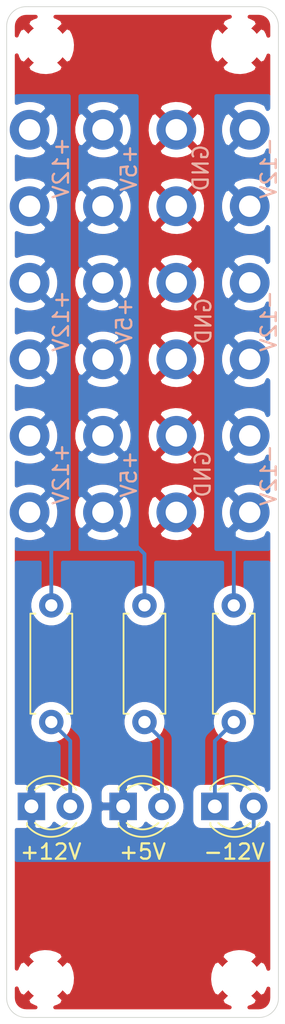
<source format=kicad_pcb>
(kicad_pcb (version 20171130) (host pcbnew "(5.1.9)-1")

  (general
    (thickness 1.6)
    (drawings 12)
    (tracks 19)
    (zones 0)
    (modules 22)
    (nets 8)
  )

  (page A4)
  (layers
    (0 F.Cu signal)
    (31 B.Cu signal)
    (32 B.Adhes user)
    (33 F.Adhes user)
    (34 B.Paste user)
    (35 F.Paste user)
    (36 B.SilkS user)
    (37 F.SilkS user)
    (38 B.Mask user)
    (39 F.Mask user)
    (40 Dwgs.User user hide)
    (41 Cmts.User user)
    (42 Eco1.User user)
    (43 Eco2.User user)
    (44 Edge.Cuts user)
    (45 Margin user)
    (46 B.CrtYd user)
    (47 F.CrtYd user)
    (48 B.Fab user)
    (49 F.Fab user)
  )

  (setup
    (last_trace_width 0.25)
    (trace_clearance 0.2)
    (zone_clearance 0.508)
    (zone_45_only no)
    (trace_min 0.2)
    (via_size 0.8)
    (via_drill 0.4)
    (via_min_size 0.4)
    (via_min_drill 0.3)
    (uvia_size 0.3)
    (uvia_drill 0.1)
    (uvias_allowed no)
    (uvia_min_size 0.2)
    (uvia_min_drill 0.1)
    (edge_width 0.05)
    (segment_width 0.2)
    (pcb_text_width 0.3)
    (pcb_text_size 1.5 1.5)
    (mod_edge_width 0.12)
    (mod_text_size 1 1)
    (mod_text_width 0.15)
    (pad_size 2.6 2.6)
    (pad_drill 1.4)
    (pad_to_mask_clearance 0)
    (aux_axis_origin 0 0)
    (visible_elements 7EFFFFFF)
    (pcbplotparams
      (layerselection 0x010f0_ffffffff)
      (usegerberextensions false)
      (usegerberattributes false)
      (usegerberadvancedattributes true)
      (creategerberjobfile false)
      (excludeedgelayer true)
      (linewidth 0.100000)
      (plotframeref false)
      (viasonmask false)
      (mode 1)
      (useauxorigin false)
      (hpglpennumber 1)
      (hpglpenspeed 20)
      (hpglpendiameter 15.000000)
      (psnegative false)
      (psa4output false)
      (plotreference true)
      (plotvalue true)
      (plotinvisibletext false)
      (padsonsilk false)
      (subtractmaskfromsilk false)
      (outputformat 1)
      (mirror false)
      (drillshape 0)
      (scaleselection 1)
      (outputdirectory "Gerber/"))
  )

  (net 0 "")
  (net 1 "Net-(D1-Pad2)")
  (net 2 GND)
  (net 3 "Net-(D2-Pad2)")
  (net 4 -12V)
  (net 5 +12V)
  (net 6 +5V)
  (net 7 "Net-(D3-Pad1)")

  (net_class Default "This is the default net class."
    (clearance 0.2)
    (trace_width 0.25)
    (via_dia 0.8)
    (via_drill 0.4)
    (uvia_dia 0.3)
    (uvia_drill 0.1)
    (add_net +12V)
    (add_net +5V)
    (add_net -12V)
    (add_net GND)
    (add_net "Net-(D1-Pad2)")
    (add_net "Net-(D2-Pad2)")
    (add_net "Net-(D3-Pad1)")
  )

  (module Connector_Vogt:03866b.68_6.3mm_FASTON (layer F.Cu) (tedit 6069E282) (tstamp 6069DD59)
    (at 15.9 30.54 270)
    (path /60857281)
    (fp_text reference J12 (at 0 2.5 90) (layer Dwgs.User) hide
      (effects (font (size 1 1) (thickness 0.15)))
    )
    (fp_text value -12V (at 0.067 -1.245 90) (layer B.SilkS)
      (effects (font (size 1 1) (thickness 0.15)) (justify mirror))
    )
    (pad 1 thru_hole circle (at 2.5 0 270) (size 2.6 2.6) (drill 1.4) (layers *.Cu *.Mask)
      (net 4 -12V))
    (pad 1 thru_hole circle (at -2.5 0 270) (size 2.6 2.6) (drill 1.4) (layers *.Cu *.Mask)
      (net 4 -12V))
  )

  (module Connector_Vogt:03866b.68_6.3mm_FASTON (layer F.Cu) (tedit 6069E27E) (tstamp 6069DD53)
    (at 11.1 30.54 270)
    (path /608570EC)
    (fp_text reference J11 (at 0 2.5 90) (layer Dwgs.User) hide
      (effects (font (size 1 1) (thickness 0.15)))
    )
    (fp_text value GND (at 0 -1.727 90) (layer B.SilkS)
      (effects (font (size 1 1) (thickness 0.15)) (justify mirror))
    )
    (pad 1 thru_hole circle (at 2.5 0 270) (size 2.6 2.6) (drill 1.4) (layers *.Cu *.Mask)
      (net 2 GND))
    (pad 1 thru_hole circle (at -2.5 0 270) (size 2.6 2.6) (drill 1.4) (layers *.Cu *.Mask)
      (net 2 GND))
  )

  (module Connector_Vogt:03866b.68_6.3mm_FASTON (layer F.Cu) (tedit 6069E278) (tstamp 6069DD4D)
    (at 6.3 30.54 270)
    (path /60856EDE)
    (fp_text reference J10 (at 0 2.5 90) (layer Dwgs.User) hide
      (effects (font (size 1 1) (thickness 0.15)))
    )
    (fp_text value +5V (at 0 -1.701 90) (layer B.SilkS)
      (effects (font (size 1 1) (thickness 0.15)) (justify mirror))
    )
    (pad 1 thru_hole circle (at 2.5 0 270) (size 2.6 2.6) (drill 1.4) (layers *.Cu *.Mask)
      (net 6 +5V))
    (pad 1 thru_hole circle (at -2.5 0 270) (size 2.6 2.6) (drill 1.4) (layers *.Cu *.Mask)
      (net 6 +5V))
  )

  (module Connector_Vogt:03866b.68_6.3mm_FASTON (layer F.Cu) (tedit 6069E274) (tstamp 6069DD47)
    (at 1.5 30.54 270)
    (path /60856B24)
    (fp_text reference J9 (at 0 2.5 90) (layer Dwgs.User) hide
      (effects (font (size 1 1) (thickness 0.15)))
    )
    (fp_text value +12V (at 0 -2.056 90) (layer B.SilkS)
      (effects (font (size 1 1) (thickness 0.15)) (justify mirror))
    )
    (pad 1 thru_hole circle (at 2.5 0 270) (size 2.6 2.6) (drill 1.4) (layers *.Cu *.Mask)
      (net 5 +12V))
    (pad 1 thru_hole circle (at -2.5 0 270) (size 2.6 2.6) (drill 1.4) (layers *.Cu *.Mask)
      (net 5 +12V))
  )

  (module Resistor_THT:R_Axial_DIN0207_L6.3mm_D2.5mm_P7.62mm_Horizontal (layer F.Cu) (tedit 5AE5139B) (tstamp 606977F6)
    (at 14.859 46.736 90)
    (descr "Resistor, Axial_DIN0207 series, Axial, Horizontal, pin pitch=7.62mm, 0.25W = 1/4W, length*diameter=6.3*2.5mm^2, http://cdn-reichelt.de/documents/datenblatt/B400/1_4W%23YAG.pdf")
    (tags "Resistor Axial_DIN0207 series Axial Horizontal pin pitch 7.62mm 0.25W = 1/4W length 6.3mm diameter 2.5mm")
    (path /60841CAF)
    (fp_text reference R3 (at 3.81 -2.37 90) (layer Dwgs.User) hide
      (effects (font (size 1 1) (thickness 0.15)))
    )
    (fp_text value 1k (at 3.81 0 90) (layer F.Fab)
      (effects (font (size 1 1) (thickness 0.15)))
    )
    (fp_line (start 8.67 -1.5) (end -1.05 -1.5) (layer F.CrtYd) (width 0.05))
    (fp_line (start 8.67 1.5) (end 8.67 -1.5) (layer F.CrtYd) (width 0.05))
    (fp_line (start -1.05 1.5) (end 8.67 1.5) (layer F.CrtYd) (width 0.05))
    (fp_line (start -1.05 -1.5) (end -1.05 1.5) (layer F.CrtYd) (width 0.05))
    (fp_line (start 7.08 1.37) (end 7.08 1.04) (layer F.SilkS) (width 0.12))
    (fp_line (start 0.54 1.37) (end 7.08 1.37) (layer F.SilkS) (width 0.12))
    (fp_line (start 0.54 1.04) (end 0.54 1.37) (layer F.SilkS) (width 0.12))
    (fp_line (start 7.08 -1.37) (end 7.08 -1.04) (layer F.SilkS) (width 0.12))
    (fp_line (start 0.54 -1.37) (end 7.08 -1.37) (layer F.SilkS) (width 0.12))
    (fp_line (start 0.54 -1.04) (end 0.54 -1.37) (layer F.SilkS) (width 0.12))
    (fp_line (start 7.62 0) (end 6.96 0) (layer F.Fab) (width 0.1))
    (fp_line (start 0 0) (end 0.66 0) (layer F.Fab) (width 0.1))
    (fp_line (start 6.96 -1.25) (end 0.66 -1.25) (layer F.Fab) (width 0.1))
    (fp_line (start 6.96 1.25) (end 6.96 -1.25) (layer F.Fab) (width 0.1))
    (fp_line (start 0.66 1.25) (end 6.96 1.25) (layer F.Fab) (width 0.1))
    (fp_line (start 0.66 -1.25) (end 0.66 1.25) (layer F.Fab) (width 0.1))
    (pad 2 thru_hole oval (at 7.62 0 90) (size 1.6 1.6) (drill 0.8) (layers *.Cu *.Mask)
      (net 4 -12V))
    (pad 1 thru_hole circle (at 0 0 90) (size 1.6 1.6) (drill 0.8) (layers *.Cu *.Mask)
      (net 7 "Net-(D3-Pad1)"))
    (model ${KISYS3DMOD}/Resistor_THT.3dshapes/R_Axial_DIN0207_L6.3mm_D2.5mm_P7.62mm_Horizontal.wrl
      (at (xyz 0 0 0))
      (scale (xyz 1 1 1))
      (rotate (xyz 0 0 0))
    )
  )

  (module Resistor_THT:R_Axial_DIN0207_L6.3mm_D2.5mm_P7.62mm_Horizontal (layer F.Cu) (tedit 5AE5139B) (tstamp 606977DF)
    (at 9.017 39.116 270)
    (descr "Resistor, Axial_DIN0207 series, Axial, Horizontal, pin pitch=7.62mm, 0.25W = 1/4W, length*diameter=6.3*2.5mm^2, http://cdn-reichelt.de/documents/datenblatt/B400/1_4W%23YAG.pdf")
    (tags "Resistor Axial_DIN0207 series Axial Horizontal pin pitch 7.62mm 0.25W = 1/4W length 6.3mm diameter 2.5mm")
    (path /608401A0)
    (fp_text reference R2 (at 3.81 -2.37 90) (layer Dwgs.User) hide
      (effects (font (size 1 1) (thickness 0.15)))
    )
    (fp_text value 200R (at 3.81 0 90) (layer F.Fab)
      (effects (font (size 1 1) (thickness 0.15)))
    )
    (fp_line (start 8.67 -1.5) (end -1.05 -1.5) (layer F.CrtYd) (width 0.05))
    (fp_line (start 8.67 1.5) (end 8.67 -1.5) (layer F.CrtYd) (width 0.05))
    (fp_line (start -1.05 1.5) (end 8.67 1.5) (layer F.CrtYd) (width 0.05))
    (fp_line (start -1.05 -1.5) (end -1.05 1.5) (layer F.CrtYd) (width 0.05))
    (fp_line (start 7.08 1.37) (end 7.08 1.04) (layer F.SilkS) (width 0.12))
    (fp_line (start 0.54 1.37) (end 7.08 1.37) (layer F.SilkS) (width 0.12))
    (fp_line (start 0.54 1.04) (end 0.54 1.37) (layer F.SilkS) (width 0.12))
    (fp_line (start 7.08 -1.37) (end 7.08 -1.04) (layer F.SilkS) (width 0.12))
    (fp_line (start 0.54 -1.37) (end 7.08 -1.37) (layer F.SilkS) (width 0.12))
    (fp_line (start 0.54 -1.04) (end 0.54 -1.37) (layer F.SilkS) (width 0.12))
    (fp_line (start 7.62 0) (end 6.96 0) (layer F.Fab) (width 0.1))
    (fp_line (start 0 0) (end 0.66 0) (layer F.Fab) (width 0.1))
    (fp_line (start 6.96 -1.25) (end 0.66 -1.25) (layer F.Fab) (width 0.1))
    (fp_line (start 6.96 1.25) (end 6.96 -1.25) (layer F.Fab) (width 0.1))
    (fp_line (start 0.66 1.25) (end 6.96 1.25) (layer F.Fab) (width 0.1))
    (fp_line (start 0.66 -1.25) (end 0.66 1.25) (layer F.Fab) (width 0.1))
    (pad 2 thru_hole oval (at 7.62 0 270) (size 1.6 1.6) (drill 0.8) (layers *.Cu *.Mask)
      (net 3 "Net-(D2-Pad2)"))
    (pad 1 thru_hole circle (at 0 0 270) (size 1.6 1.6) (drill 0.8) (layers *.Cu *.Mask)
      (net 6 +5V))
    (model ${KISYS3DMOD}/Resistor_THT.3dshapes/R_Axial_DIN0207_L6.3mm_D2.5mm_P7.62mm_Horizontal.wrl
      (at (xyz 0 0 0))
      (scale (xyz 1 1 1))
      (rotate (xyz 0 0 0))
    )
  )

  (module Resistor_THT:R_Axial_DIN0207_L6.3mm_D2.5mm_P7.62mm_Horizontal (layer F.Cu) (tedit 5AE5139B) (tstamp 606977C8)
    (at 2.921 39.116 270)
    (descr "Resistor, Axial_DIN0207 series, Axial, Horizontal, pin pitch=7.62mm, 0.25W = 1/4W, length*diameter=6.3*2.5mm^2, http://cdn-reichelt.de/documents/datenblatt/B400/1_4W%23YAG.pdf")
    (tags "Resistor Axial_DIN0207 series Axial Horizontal pin pitch 7.62mm 0.25W = 1/4W length 6.3mm diameter 2.5mm")
    (path /60839273)
    (fp_text reference R1 (at 3.81 -2.37 90) (layer Dwgs.User) hide
      (effects (font (size 1 1) (thickness 0.15)))
    )
    (fp_text value 1k (at 3.81 0 90) (layer F.Fab)
      (effects (font (size 1 1) (thickness 0.15)))
    )
    (fp_line (start 8.67 -1.5) (end -1.05 -1.5) (layer F.CrtYd) (width 0.05))
    (fp_line (start 8.67 1.5) (end 8.67 -1.5) (layer F.CrtYd) (width 0.05))
    (fp_line (start -1.05 1.5) (end 8.67 1.5) (layer F.CrtYd) (width 0.05))
    (fp_line (start -1.05 -1.5) (end -1.05 1.5) (layer F.CrtYd) (width 0.05))
    (fp_line (start 7.08 1.37) (end 7.08 1.04) (layer F.SilkS) (width 0.12))
    (fp_line (start 0.54 1.37) (end 7.08 1.37) (layer F.SilkS) (width 0.12))
    (fp_line (start 0.54 1.04) (end 0.54 1.37) (layer F.SilkS) (width 0.12))
    (fp_line (start 7.08 -1.37) (end 7.08 -1.04) (layer F.SilkS) (width 0.12))
    (fp_line (start 0.54 -1.37) (end 7.08 -1.37) (layer F.SilkS) (width 0.12))
    (fp_line (start 0.54 -1.04) (end 0.54 -1.37) (layer F.SilkS) (width 0.12))
    (fp_line (start 7.62 0) (end 6.96 0) (layer F.Fab) (width 0.1))
    (fp_line (start 0 0) (end 0.66 0) (layer F.Fab) (width 0.1))
    (fp_line (start 6.96 -1.25) (end 0.66 -1.25) (layer F.Fab) (width 0.1))
    (fp_line (start 6.96 1.25) (end 6.96 -1.25) (layer F.Fab) (width 0.1))
    (fp_line (start 0.66 1.25) (end 6.96 1.25) (layer F.Fab) (width 0.1))
    (fp_line (start 0.66 -1.25) (end 0.66 1.25) (layer F.Fab) (width 0.1))
    (pad 2 thru_hole oval (at 7.62 0 270) (size 1.6 1.6) (drill 0.8) (layers *.Cu *.Mask)
      (net 1 "Net-(D1-Pad2)"))
    (pad 1 thru_hole circle (at 0 0 270) (size 1.6 1.6) (drill 0.8) (layers *.Cu *.Mask)
      (net 5 +12V))
    (model ${KISYS3DMOD}/Resistor_THT.3dshapes/R_Axial_DIN0207_L6.3mm_D2.5mm_P7.62mm_Horizontal.wrl
      (at (xyz 0 0 0))
      (scale (xyz 1 1 1))
      (rotate (xyz 0 0 0))
    )
  )

  (module Connector_Vogt:03866b.68_6.3mm_FASTON (layer F.Cu) (tedit 6069E25F) (tstamp 606977B1)
    (at 15.9 20.54 270)
    (path /60836F8F)
    (fp_text reference J8 (at 0 2.5 90) (layer Dwgs.User) hide
      (effects (font (size 1 1) (thickness 0.15)))
    )
    (fp_text value -12V (at 0 -1.245 90) (layer B.SilkS)
      (effects (font (size 1 1) (thickness 0.15)) (justify mirror))
    )
    (pad 1 thru_hole circle (at 2.5 0 270) (size 2.6 2.6) (drill 1.4) (layers *.Cu *.Mask)
      (net 4 -12V))
    (pad 1 thru_hole circle (at -2.5 0 270) (size 2.6 2.6) (drill 1.4) (layers *.Cu *.Mask)
      (net 4 -12V))
  )

  (module Connector_Vogt:03866b.68_6.3mm_FASTON (layer F.Cu) (tedit 6069E25B) (tstamp 606977AB)
    (at 11.1 20.54 270)
    (path /60836F85)
    (fp_text reference J7 (at 0 2.5 90) (layer Dwgs.User) hide
      (effects (font (size 1 1) (thickness 0.15)))
    )
    (fp_text value GND (at 0 -1.778 90) (layer B.SilkS)
      (effects (font (size 1 1) (thickness 0.15)) (justify mirror))
    )
    (pad 1 thru_hole circle (at 2.5 0 270) (size 2.6 2.6) (drill 1.4) (layers *.Cu *.Mask)
      (net 2 GND))
    (pad 1 thru_hole circle (at -2.5 0 270) (size 2.6 2.6) (drill 1.4) (layers *.Cu *.Mask)
      (net 2 GND))
  )

  (module Connector_Vogt:03866b.68_6.3mm_FASTON (layer F.Cu) (tedit 6069E257) (tstamp 606977A5)
    (at 6.3 20.54 270)
    (path /60836F7B)
    (fp_text reference J6 (at 0 2.5 90) (layer Dwgs.User) hide
      (effects (font (size 1 1) (thickness 0.15)))
    )
    (fp_text value +5V (at 0 -1.397 90) (layer B.SilkS)
      (effects (font (size 1 1) (thickness 0.15)) (justify mirror))
    )
    (pad 1 thru_hole circle (at 2.5 0 270) (size 2.6 2.6) (drill 1.4) (layers *.Cu *.Mask)
      (net 6 +5V))
    (pad 1 thru_hole circle (at -2.5 0 270) (size 2.6 2.6) (drill 1.4) (layers *.Cu *.Mask)
      (net 6 +5V))
  )

  (module Connector_Vogt:03866b.68_6.3mm_FASTON (layer F.Cu) (tedit 6069E253) (tstamp 6069779F)
    (at 1.5 20.54 270)
    (path /60836F25)
    (fp_text reference J5 (at 0 2.5 90) (layer Dwgs.User) hide
      (effects (font (size 1 1) (thickness 0.15)))
    )
    (fp_text value +12V (at 0 -2.056 90) (layer B.SilkS)
      (effects (font (size 1 1) (thickness 0.15)) (justify mirror))
    )
    (pad 1 thru_hole circle (at 2.5 0 270) (size 2.6 2.6) (drill 1.4) (layers *.Cu *.Mask)
      (net 5 +12V))
    (pad 1 thru_hole circle (at -2.5 0 270) (size 2.6 2.6) (drill 1.4) (layers *.Cu *.Mask)
      (net 5 +12V))
  )

  (module Connector_Vogt:03866b.68_6.3mm_FASTON (layer B.Cu) (tedit 6069E23F) (tstamp 60697799)
    (at 15.9 10.54 90)
    (path /60836056)
    (fp_text reference J4 (at 0 -2.5 270) (layer Dwgs.User) hide
      (effects (font (size 1 1) (thickness 0.15)) (justify mirror))
    )
    (fp_text value -12V (at -0.001 1.245 270) (layer B.SilkS)
      (effects (font (size 1 1) (thickness 0.15)) (justify mirror))
    )
    (pad 1 thru_hole circle (at 2.5 0 90) (size 2.6 2.6) (drill 1.4) (layers *.Cu *.Mask)
      (net 4 -12V))
    (pad 1 thru_hole circle (at -2.5 0 90) (size 2.6 2.6) (drill 1.4) (layers *.Cu *.Mask)
      (net 4 -12V))
  )

  (module Connector_Vogt:03866b.68_6.3mm_FASTON (layer B.Cu) (tedit 6069E23B) (tstamp 60697793)
    (at 11.1 10.54 90)
    (path /60835E45)
    (fp_text reference J3 (at 0 -2.5 270) (layer Dwgs.User) hide
      (effects (font (size 1 1) (thickness 0.15)) (justify mirror))
    )
    (fp_text value GND (at 0 1.6 270) (layer B.SilkS)
      (effects (font (size 1 1) (thickness 0.15)) (justify mirror))
    )
    (pad 1 thru_hole circle (at 2.5 0 90) (size 2.6 2.6) (drill 1.4) (layers *.Cu *.Mask)
      (net 2 GND))
    (pad 1 thru_hole circle (at -2.5 0 90) (size 2.6 2.6) (drill 1.4) (layers *.Cu *.Mask)
      (net 2 GND))
  )

  (module Connector_Vogt:03866b.68_6.3mm_FASTON (layer B.Cu) (tedit 6069E22E) (tstamp 6069778D)
    (at 6.3 10.54 90)
    (path /60835C26)
    (fp_text reference J2 (at 0 -2.5 270) (layer Dwgs.User) hide
      (effects (font (size 1 1) (thickness 0.15)) (justify mirror))
    )
    (fp_text value +5V (at -0.001 1.701 270) (layer B.SilkS)
      (effects (font (size 1 1) (thickness 0.15)) (justify mirror))
    )
    (pad 1 thru_hole circle (at 2.5 0 90) (size 2.6 2.6) (drill 1.4) (layers *.Cu *.Mask)
      (net 6 +5V))
    (pad 1 thru_hole circle (at -2.5 0 90) (size 2.6 2.6) (drill 1.4) (layers *.Cu *.Mask)
      (net 6 +5V))
  )

  (module Connector_Vogt:03866b.68_6.3mm_FASTON (layer B.Cu) (tedit 6069E227) (tstamp 60697787)
    (at 1.5 10.54 90)
    (path /608351E2)
    (fp_text reference J1 (at 0 -2.5 270) (layer Dwgs.User)
      (effects (font (size 1 1) (thickness 0.15)) (justify mirror))
    )
    (fp_text value +12V (at 0 2.056 270) (layer B.SilkS)
      (effects (font (size 1 1) (thickness 0.15)) (justify mirror))
    )
    (pad 1 thru_hole circle (at 2.5 0 90) (size 2.6 2.6) (drill 1.4) (layers *.Cu *.Mask)
      (net 5 +12V))
    (pad 1 thru_hole circle (at -2.5 0 90) (size 2.6 2.6) (drill 1.4) (layers *.Cu *.Mask)
      (net 5 +12V))
  )

  (module MountingHole:MountingHole_2.7mm (layer F.Cu) (tedit 56D1B4CB) (tstamp 60697781)
    (at 2.54 63.5)
    (descr "Mounting Hole 2.7mm, no annular")
    (tags "mounting hole 2.7mm no annular")
    (path /60846B62)
    (attr virtual)
    (fp_text reference H4 (at 0 -3.7) (layer Dwgs.User) hide
      (effects (font (size 1 1) (thickness 0.15)))
    )
    (fp_text value MountingHole_Pad (at 0 3.7) (layer Dwgs.User) hide
      (effects (font (size 1 1) (thickness 0.15)))
    )
    (fp_circle (center 0 0) (end 2.95 0) (layer F.CrtYd) (width 0.05))
    (fp_circle (center 0 0) (end 2.7 0) (layer Cmts.User) (width 0.15))
    (fp_text user %R (at 0.3 0) (layer F.Fab)
      (effects (font (size 1 1) (thickness 0.15)))
    )
    (pad 1 np_thru_hole circle (at 0 0) (size 2.7 2.7) (drill 2.7) (layers *.Cu *.Mask)
      (net 2 GND))
  )

  (module MountingHole:MountingHole_2.7mm (layer F.Cu) (tedit 56D1B4CB) (tstamp 60697779)
    (at 2.54 2.54)
    (descr "Mounting Hole 2.7mm, no annular")
    (tags "mounting hole 2.7mm no annular")
    (path /608469A6)
    (attr virtual)
    (fp_text reference H3 (at 0 -3.7) (layer Dwgs.User) hide
      (effects (font (size 1 1) (thickness 0.15)))
    )
    (fp_text value MountingHole_Pad (at 0 3.7) (layer Dwgs.User)
      (effects (font (size 1 1) (thickness 0.15)))
    )
    (fp_circle (center 0 0) (end 2.95 0) (layer F.CrtYd) (width 0.05))
    (fp_circle (center 0 0) (end 2.7 0) (layer Cmts.User) (width 0.15))
    (fp_text user %R (at 0.3 0) (layer F.Fab)
      (effects (font (size 1 1) (thickness 0.15)))
    )
    (pad 1 np_thru_hole circle (at 0 0) (size 2.7 2.7) (drill 2.7) (layers *.Cu *.Mask)
      (net 2 GND))
  )

  (module MountingHole:MountingHole_2.7mm (layer F.Cu) (tedit 56D1B4CB) (tstamp 60697771)
    (at 15.24 63.5)
    (descr "Mounting Hole 2.7mm, no annular")
    (tags "mounting hole 2.7mm no annular")
    (path /608465BC)
    (attr virtual)
    (fp_text reference H2 (at 0 -3.7) (layer Dwgs.User) hide
      (effects (font (size 1 1) (thickness 0.15)))
    )
    (fp_text value MountingHole_Pad (at 0 3.7) (layer Dwgs.User) hide
      (effects (font (size 1 1) (thickness 0.15)))
    )
    (fp_circle (center 0 0) (end 2.95 0) (layer F.CrtYd) (width 0.05))
    (fp_circle (center 0 0) (end 2.7 0) (layer Cmts.User) (width 0.15))
    (fp_text user %R (at 0.3 0) (layer F.Fab)
      (effects (font (size 1 1) (thickness 0.15)))
    )
    (pad 1 np_thru_hole circle (at 0 0) (size 2.7 2.7) (drill 2.7) (layers *.Cu *.Mask)
      (net 2 GND))
  )

  (module MountingHole:MountingHole_2.7mm (layer F.Cu) (tedit 56D1B4CB) (tstamp 60697769)
    (at 15.24 2.54)
    (descr "Mounting Hole 2.7mm, no annular")
    (tags "mounting hole 2.7mm no annular")
    (path /60846197)
    (attr virtual)
    (fp_text reference H1 (at 0 -3.7) (layer Dwgs.User) hide
      (effects (font (size 1 1) (thickness 0.15)))
    )
    (fp_text value MountingHole_Pad (at 0 3.7) (layer Dwgs.User)
      (effects (font (size 1 1) (thickness 0.15)))
    )
    (fp_circle (center 0 0) (end 2.95 0) (layer F.CrtYd) (width 0.05))
    (fp_circle (center 0 0) (end 2.7 0) (layer Cmts.User) (width 0.15))
    (fp_text user %R (at 0.3 0) (layer F.Fab)
      (effects (font (size 1 1) (thickness 0.15)))
    )
    (pad 1 np_thru_hole circle (at 0 0) (size 2.7 2.7) (drill 2.7) (layers *.Cu *.Mask)
      (net 2 GND))
  )

  (module LED_THT:LED_D3.0mm (layer F.Cu) (tedit 587A3A7B) (tstamp 60697761)
    (at 13.62 52.25)
    (descr "LED, diameter 3.0mm, 2 pins")
    (tags "LED diameter 3.0mm 2 pins")
    (path /60841E05)
    (fp_text reference D3 (at 1.27 -2.96) (layer Dwgs.User) hide
      (effects (font (size 1 1) (thickness 0.15)))
    )
    (fp_text value -12V (at 1.27 2.96) (layer F.SilkS)
      (effects (font (size 1 1) (thickness 0.15)))
    )
    (fp_line (start 3.7 -2.25) (end -1.15 -2.25) (layer F.CrtYd) (width 0.05))
    (fp_line (start 3.7 2.25) (end 3.7 -2.25) (layer F.CrtYd) (width 0.05))
    (fp_line (start -1.15 2.25) (end 3.7 2.25) (layer F.CrtYd) (width 0.05))
    (fp_line (start -1.15 -2.25) (end -1.15 2.25) (layer F.CrtYd) (width 0.05))
    (fp_line (start -0.29 1.08) (end -0.29 1.236) (layer F.SilkS) (width 0.12))
    (fp_line (start -0.29 -1.236) (end -0.29 -1.08) (layer F.SilkS) (width 0.12))
    (fp_line (start -0.23 -1.16619) (end -0.23 1.16619) (layer F.Fab) (width 0.1))
    (fp_circle (center 1.27 0) (end 2.77 0) (layer F.Fab) (width 0.1))
    (fp_arc (start 1.27 0) (end 0.229039 1.08) (angle -87.9) (layer F.SilkS) (width 0.12))
    (fp_arc (start 1.27 0) (end 0.229039 -1.08) (angle 87.9) (layer F.SilkS) (width 0.12))
    (fp_arc (start 1.27 0) (end -0.29 1.235516) (angle -108.8) (layer F.SilkS) (width 0.12))
    (fp_arc (start 1.27 0) (end -0.29 -1.235516) (angle 108.8) (layer F.SilkS) (width 0.12))
    (fp_arc (start 1.27 0) (end -0.23 -1.16619) (angle 284.3) (layer F.Fab) (width 0.1))
    (pad 2 thru_hole circle (at 2.54 0) (size 1.8 1.8) (drill 0.9) (layers *.Cu *.Mask)
      (net 2 GND))
    (pad 1 thru_hole rect (at 0 0) (size 1.8 1.8) (drill 0.9) (layers *.Cu *.Mask)
      (net 7 "Net-(D3-Pad1)"))
    (model ${KISYS3DMOD}/LED_THT.3dshapes/LED_D3.0mm.wrl
      (at (xyz 0 0 0))
      (scale (xyz 1 1 1))
      (rotate (xyz 0 0 0))
    )
  )

  (module LED_THT:LED_D3.0mm (layer F.Cu) (tedit 587A3A7B) (tstamp 6069774E)
    (at 7.62 52.25)
    (descr "LED, diameter 3.0mm, 2 pins")
    (tags "LED diameter 3.0mm 2 pins")
    (path /608402B2)
    (fp_text reference D2 (at 1.27 -2.96) (layer Dwgs.User) hide
      (effects (font (size 1 1) (thickness 0.15)))
    )
    (fp_text value +5V (at 1.27 2.96) (layer F.SilkS)
      (effects (font (size 1 1) (thickness 0.15)))
    )
    (fp_line (start 3.7 -2.25) (end -1.15 -2.25) (layer F.CrtYd) (width 0.05))
    (fp_line (start 3.7 2.25) (end 3.7 -2.25) (layer F.CrtYd) (width 0.05))
    (fp_line (start -1.15 2.25) (end 3.7 2.25) (layer F.CrtYd) (width 0.05))
    (fp_line (start -1.15 -2.25) (end -1.15 2.25) (layer F.CrtYd) (width 0.05))
    (fp_line (start -0.29 1.08) (end -0.29 1.236) (layer F.SilkS) (width 0.12))
    (fp_line (start -0.29 -1.236) (end -0.29 -1.08) (layer F.SilkS) (width 0.12))
    (fp_line (start -0.23 -1.16619) (end -0.23 1.16619) (layer F.Fab) (width 0.1))
    (fp_circle (center 1.27 0) (end 2.77 0) (layer F.Fab) (width 0.1))
    (fp_arc (start 1.27 0) (end 0.229039 1.08) (angle -87.9) (layer F.SilkS) (width 0.12))
    (fp_arc (start 1.27 0) (end 0.229039 -1.08) (angle 87.9) (layer F.SilkS) (width 0.12))
    (fp_arc (start 1.27 0) (end -0.29 1.235516) (angle -108.8) (layer F.SilkS) (width 0.12))
    (fp_arc (start 1.27 0) (end -0.29 -1.235516) (angle 108.8) (layer F.SilkS) (width 0.12))
    (fp_arc (start 1.27 0) (end -0.23 -1.16619) (angle 284.3) (layer F.Fab) (width 0.1))
    (pad 2 thru_hole circle (at 2.54 0) (size 1.8 1.8) (drill 0.9) (layers *.Cu *.Mask)
      (net 3 "Net-(D2-Pad2)"))
    (pad 1 thru_hole rect (at 0 0) (size 1.8 1.8) (drill 0.9) (layers *.Cu *.Mask)
      (net 2 GND))
    (model ${KISYS3DMOD}/LED_THT.3dshapes/LED_D3.0mm.wrl
      (at (xyz 0 0 0))
      (scale (xyz 1 1 1))
      (rotate (xyz 0 0 0))
    )
  )

  (module LED_THT:LED_D3.0mm (layer F.Cu) (tedit 587A3A7B) (tstamp 6069773B)
    (at 1.62 52.25)
    (descr "LED, diameter 3.0mm, 2 pins")
    (tags "LED diameter 3.0mm 2 pins")
    (path /60839895)
    (fp_text reference D1 (at 1.27 -2.96) (layer Dwgs.User) hide
      (effects (font (size 1 1) (thickness 0.15)))
    )
    (fp_text value +12V (at 1.27 2.96) (layer F.SilkS)
      (effects (font (size 1 1) (thickness 0.15)))
    )
    (fp_line (start 3.7 -2.25) (end -1.15 -2.25) (layer F.CrtYd) (width 0.05))
    (fp_line (start 3.7 2.25) (end 3.7 -2.25) (layer F.CrtYd) (width 0.05))
    (fp_line (start -1.15 2.25) (end 3.7 2.25) (layer F.CrtYd) (width 0.05))
    (fp_line (start -1.15 -2.25) (end -1.15 2.25) (layer F.CrtYd) (width 0.05))
    (fp_line (start -0.29 1.08) (end -0.29 1.236) (layer F.SilkS) (width 0.12))
    (fp_line (start -0.29 -1.236) (end -0.29 -1.08) (layer F.SilkS) (width 0.12))
    (fp_line (start -0.23 -1.16619) (end -0.23 1.16619) (layer F.Fab) (width 0.1))
    (fp_circle (center 1.27 0) (end 2.77 0) (layer F.Fab) (width 0.1))
    (fp_arc (start 1.27 0) (end 0.229039 1.08) (angle -87.9) (layer F.SilkS) (width 0.12))
    (fp_arc (start 1.27 0) (end 0.229039 -1.08) (angle 87.9) (layer F.SilkS) (width 0.12))
    (fp_arc (start 1.27 0) (end -0.29 1.235516) (angle -108.8) (layer F.SilkS) (width 0.12))
    (fp_arc (start 1.27 0) (end -0.29 -1.235516) (angle 108.8) (layer F.SilkS) (width 0.12))
    (fp_arc (start 1.27 0) (end -0.23 -1.16619) (angle 284.3) (layer F.Fab) (width 0.1))
    (pad 2 thru_hole circle (at 2.54 0) (size 1.8 1.8) (drill 0.9) (layers *.Cu *.Mask)
      (net 1 "Net-(D1-Pad2)"))
    (pad 1 thru_hole rect (at 0 0) (size 1.8 1.8) (drill 0.9) (layers *.Cu *.Mask)
      (net 2 GND))
    (model ${KISYS3DMOD}/LED_THT.3dshapes/LED_D3.0mm.wrl
      (at (xyz 0 0 0))
      (scale (xyz 1 1 1))
      (rotate (xyz 0 0 0))
    )
  )

  (gr_line (start 0 5.715) (end 17.78 5.715) (layer Dwgs.User) (width 0.15))
  (gr_line (start 4.445 0) (end 4.445 66.04) (layer Dwgs.User) (width 0.15))
  (gr_line (start 13.335 0) (end 13.335 66.04) (layer Dwgs.User) (width 0.15))
  (gr_line (start 8.89 0) (end 8.89 66.04) (layer Dwgs.User) (width 0.15))
  (gr_line (start 17.78 64.77) (end 17.78 1.27) (layer Edge.Cuts) (width 0.05) (tstamp 606978C4))
  (gr_arc (start 16.51 64.77) (end 16.51 66.04) (angle -90) (layer Edge.Cuts) (width 0.05))
  (gr_line (start 1.27 66.04) (end 16.51 66.04) (layer Edge.Cuts) (width 0.05))
  (gr_arc (start 1.27 64.77) (end 0 64.77) (angle -90) (layer Edge.Cuts) (width 0.05))
  (gr_line (start 0 1.27) (end 0 64.77) (layer Edge.Cuts) (width 0.05))
  (gr_arc (start 16.51 1.27) (end 17.78 1.27) (angle -90) (layer Edge.Cuts) (width 0.05))
  (gr_arc (start 1.27 1.27) (end 1.27 0) (angle -90) (layer Edge.Cuts) (width 0.05))
  (gr_line (start 1.27 0) (end 16.51 0) (layer Edge.Cuts) (width 0.05))

  (segment (start 4.16 47.975) (end 2.921 46.736) (width 0.25) (layer B.Cu) (net 1))
  (segment (start 4.16 52.25) (end 4.16 47.975) (width 0.25) (layer B.Cu) (net 1))
  (segment (start 7.62 52.25) (end 7.62 55.118) (width 0.25) (layer B.Cu) (net 2))
  (segment (start 16.16 52.25) (end 16.16 55.087) (width 0.25) (layer B.Cu) (net 2))
  (segment (start 1.62 52.25) (end 1.62 55.087) (width 0.25) (layer B.Cu) (net 2))
  (segment (start 1.651 55.118) (end 1.62 55.087) (width 0.25) (layer B.Cu) (net 2))
  (segment (start 7.62 55.118) (end 1.651 55.118) (width 0.25) (layer B.Cu) (net 2))
  (segment (start 16.129 55.118) (end 16.16 55.087) (width 0.25) (layer B.Cu) (net 2))
  (segment (start 7.62 55.118) (end 16.129 55.118) (width 0.25) (layer B.Cu) (net 2))
  (segment (start 10.16 47.879) (end 9.017 46.736) (width 0.25) (layer B.Cu) (net 3))
  (segment (start 10.16 52.25) (end 10.16 47.879) (width 0.25) (layer B.Cu) (net 3))
  (segment (start 14.859 34.081) (end 15.9 33.04) (width 0.25) (layer B.Cu) (net 4))
  (segment (start 14.859 39.116) (end 14.859 34.081) (width 0.25) (layer B.Cu) (net 4))
  (segment (start 2.921 34.461) (end 1.5 33.04) (width 0.25) (layer B.Cu) (net 5))
  (segment (start 2.921 39.116) (end 2.921 34.461) (width 0.25) (layer B.Cu) (net 5))
  (segment (start 9.017 35.757) (end 6.3 33.04) (width 0.25) (layer B.Cu) (net 6))
  (segment (start 9.017 39.116) (end 9.017 35.757) (width 0.25) (layer B.Cu) (net 6))
  (segment (start 13.62 47.975) (end 14.859 46.736) (width 0.25) (layer B.Cu) (net 7))
  (segment (start 13.62 52.25) (end 13.62 47.975) (width 0.25) (layer B.Cu) (net 7))

  (zone (net 2) (net_name GND) (layer F.Cu) (tstamp 6069F015) (hatch edge 0.508)
    (connect_pads (clearance 0.508))
    (min_thickness 0.254)
    (fill yes (arc_segments 32) (thermal_gap 0.508) (thermal_bridge_width 0.508))
    (polygon
      (pts
        (xy 17.78 66.04) (xy 0 66.04) (xy 0 0) (xy 17.78 0)
      )
    )
    (filled_polygon
      (pts
        (xy 1.731884 0.716432) (xy 1.472724 0.854956) (xy 1.334767 1.155162) (xy 2.54 2.360395) (xy 3.745233 1.155162)
        (xy 3.607276 0.854956) (xy 3.258033 0.679118) (xy 3.188976 0.66) (xy 14.602763 0.66) (xy 14.431884 0.716432)
        (xy 14.172724 0.854956) (xy 14.034767 1.155162) (xy 15.24 2.360395) (xy 16.445233 1.155162) (xy 16.307276 0.854956)
        (xy 15.958033 0.679118) (xy 15.888976 0.66) (xy 16.477721 0.66) (xy 16.627869 0.674722) (xy 16.741246 0.708953)
        (xy 16.845819 0.764555) (xy 16.937596 0.839407) (xy 17.013091 0.930664) (xy 17.069419 1.034844) (xy 17.10444 1.147976)
        (xy 17.120001 1.296031) (xy 17.120001 1.902766) (xy 17.063568 1.731884) (xy 16.925044 1.472724) (xy 16.624838 1.334767)
        (xy 15.419605 2.54) (xy 16.624838 3.745233) (xy 16.925044 3.607276) (xy 17.100882 3.258033) (xy 17.120001 3.188973)
        (xy 17.120001 6.527973) (xy 16.816566 6.325225) (xy 16.464419 6.179361) (xy 16.090581 6.105) (xy 15.709419 6.105)
        (xy 15.335581 6.179361) (xy 14.983434 6.325225) (xy 14.666509 6.536987) (xy 14.396987 6.806509) (xy 14.185225 7.123434)
        (xy 14.039361 7.475581) (xy 13.965 7.849419) (xy 13.965 8.230581) (xy 14.039361 8.604419) (xy 14.185225 8.956566)
        (xy 14.396987 9.273491) (xy 14.666509 9.543013) (xy 14.983434 9.754775) (xy 15.335581 9.900639) (xy 15.709419 9.975)
        (xy 16.090581 9.975) (xy 16.464419 9.900639) (xy 16.816566 9.754775) (xy 17.120001 9.552027) (xy 17.120001 11.527973)
        (xy 16.816566 11.325225) (xy 16.464419 11.179361) (xy 16.090581 11.105) (xy 15.709419 11.105) (xy 15.335581 11.179361)
        (xy 14.983434 11.325225) (xy 14.666509 11.536987) (xy 14.396987 11.806509) (xy 14.185225 12.123434) (xy 14.039361 12.475581)
        (xy 13.965 12.849419) (xy 13.965 13.230581) (xy 14.039361 13.604419) (xy 14.185225 13.956566) (xy 14.396987 14.273491)
        (xy 14.666509 14.543013) (xy 14.983434 14.754775) (xy 15.335581 14.900639) (xy 15.709419 14.975) (xy 16.090581 14.975)
        (xy 16.464419 14.900639) (xy 16.816566 14.754775) (xy 17.120001 14.552027) (xy 17.120001 16.527973) (xy 16.816566 16.325225)
        (xy 16.464419 16.179361) (xy 16.090581 16.105) (xy 15.709419 16.105) (xy 15.335581 16.179361) (xy 14.983434 16.325225)
        (xy 14.666509 16.536987) (xy 14.396987 16.806509) (xy 14.185225 17.123434) (xy 14.039361 17.475581) (xy 13.965 17.849419)
        (xy 13.965 18.230581) (xy 14.039361 18.604419) (xy 14.185225 18.956566) (xy 14.396987 19.273491) (xy 14.666509 19.543013)
        (xy 14.983434 19.754775) (xy 15.335581 19.900639) (xy 15.709419 19.975) (xy 16.090581 19.975) (xy 16.464419 19.900639)
        (xy 16.816566 19.754775) (xy 17.120001 19.552027) (xy 17.120001 21.527973) (xy 16.816566 21.325225) (xy 16.464419 21.179361)
        (xy 16.090581 21.105) (xy 15.709419 21.105) (xy 15.335581 21.179361) (xy 14.983434 21.325225) (xy 14.666509 21.536987)
        (xy 14.396987 21.806509) (xy 14.185225 22.123434) (xy 14.039361 22.475581) (xy 13.965 22.849419) (xy 13.965 23.230581)
        (xy 14.039361 23.604419) (xy 14.185225 23.956566) (xy 14.396987 24.273491) (xy 14.666509 24.543013) (xy 14.983434 24.754775)
        (xy 15.335581 24.900639) (xy 15.709419 24.975) (xy 16.090581 24.975) (xy 16.464419 24.900639) (xy 16.816566 24.754775)
        (xy 17.120001 24.552027) (xy 17.120001 26.527973) (xy 16.816566 26.325225) (xy 16.464419 26.179361) (xy 16.090581 26.105)
        (xy 15.709419 26.105) (xy 15.335581 26.179361) (xy 14.983434 26.325225) (xy 14.666509 26.536987) (xy 14.396987 26.806509)
        (xy 14.185225 27.123434) (xy 14.039361 27.475581) (xy 13.965 27.849419) (xy 13.965 28.230581) (xy 14.039361 28.604419)
        (xy 14.185225 28.956566) (xy 14.396987 29.273491) (xy 14.666509 29.543013) (xy 14.983434 29.754775) (xy 15.335581 29.900639)
        (xy 15.709419 29.975) (xy 16.090581 29.975) (xy 16.464419 29.900639) (xy 16.816566 29.754775) (xy 17.120001 29.552027)
        (xy 17.120001 31.527973) (xy 16.816566 31.325225) (xy 16.464419 31.179361) (xy 16.090581 31.105) (xy 15.709419 31.105)
        (xy 15.335581 31.179361) (xy 14.983434 31.325225) (xy 14.666509 31.536987) (xy 14.396987 31.806509) (xy 14.185225 32.123434)
        (xy 14.039361 32.475581) (xy 13.965 32.849419) (xy 13.965 33.230581) (xy 14.039361 33.604419) (xy 14.185225 33.956566)
        (xy 14.396987 34.273491) (xy 14.666509 34.543013) (xy 14.983434 34.754775) (xy 15.335581 34.900639) (xy 15.709419 34.975)
        (xy 16.090581 34.975) (xy 16.464419 34.900639) (xy 16.816566 34.754775) (xy 17.12 34.552027) (xy 17.12 51.110392)
        (xy 17.044474 51.185918) (xy 16.960792 50.931739) (xy 16.688225 50.800842) (xy 16.395358 50.725635) (xy 16.093447 50.709009)
        (xy 15.794093 50.751603) (xy 15.508801 50.851778) (xy 15.359208 50.931739) (xy 15.275526 51.185918) (xy 15.159578 51.06997)
        (xy 15.112813 51.116735) (xy 15.109502 51.10582) (xy 15.050537 50.995506) (xy 14.971185 50.898815) (xy 14.874494 50.819463)
        (xy 14.76418 50.760498) (xy 14.644482 50.724188) (xy 14.52 50.711928) (xy 12.72 50.711928) (xy 12.595518 50.724188)
        (xy 12.47582 50.760498) (xy 12.365506 50.819463) (xy 12.268815 50.898815) (xy 12.189463 50.995506) (xy 12.130498 51.10582)
        (xy 12.094188 51.225518) (xy 12.081928 51.35) (xy 12.081928 53.15) (xy 12.094188 53.274482) (xy 12.130498 53.39418)
        (xy 12.189463 53.504494) (xy 12.268815 53.601185) (xy 12.365506 53.680537) (xy 12.47582 53.739502) (xy 12.595518 53.775812)
        (xy 12.72 53.788072) (xy 14.52 53.788072) (xy 14.644482 53.775812) (xy 14.76418 53.739502) (xy 14.874494 53.680537)
        (xy 14.971185 53.601185) (xy 15.050537 53.504494) (xy 15.109502 53.39418) (xy 15.112813 53.383265) (xy 15.159578 53.43003)
        (xy 15.275526 53.314082) (xy 15.359208 53.568261) (xy 15.631775 53.699158) (xy 15.924642 53.774365) (xy 16.226553 53.790991)
        (xy 16.525907 53.748397) (xy 16.811199 53.648222) (xy 16.960792 53.568261) (xy 17.044474 53.314082) (xy 17.12 53.389608)
        (xy 17.12 62.862763) (xy 17.063568 62.691884) (xy 16.925044 62.432724) (xy 16.624838 62.294767) (xy 15.419605 63.5)
        (xy 16.624838 64.705233) (xy 16.925044 64.567276) (xy 17.100882 64.218033) (xy 17.12 64.148976) (xy 17.12 64.737721)
        (xy 17.105278 64.887869) (xy 17.071047 65.001246) (xy 17.015446 65.105817) (xy 16.940594 65.197595) (xy 16.849335 65.273091)
        (xy 16.74516 65.329419) (xy 16.632024 65.36444) (xy 16.483979 65.38) (xy 15.877237 65.38) (xy 16.048116 65.323568)
        (xy 16.307276 65.185044) (xy 16.445233 64.884838) (xy 15.24 63.679605) (xy 14.034767 64.884838) (xy 14.172724 65.185044)
        (xy 14.521967 65.360882) (xy 14.591024 65.38) (xy 3.177237 65.38) (xy 3.348116 65.323568) (xy 3.607276 65.185044)
        (xy 3.745233 64.884838) (xy 2.54 63.679605) (xy 1.334767 64.884838) (xy 1.472724 65.185044) (xy 1.821967 65.360882)
        (xy 1.891024 65.38) (xy 1.302279 65.38) (xy 1.152131 65.365278) (xy 1.038754 65.331047) (xy 0.934183 65.275446)
        (xy 0.842405 65.200594) (xy 0.766909 65.109335) (xy 0.710581 65.00516) (xy 0.67556 64.892024) (xy 0.66 64.743979)
        (xy 0.66 64.137237) (xy 0.716432 64.308116) (xy 0.854956 64.567276) (xy 1.155162 64.705233) (xy 2.360395 63.5)
        (xy 2.719605 63.5) (xy 3.924838 64.705233) (xy 4.225044 64.567276) (xy 4.400882 64.218033) (xy 4.505207 63.841196)
        (xy 4.526807 63.548753) (xy 13.245991 63.548753) (xy 13.293816 63.936828) (xy 13.416432 64.308116) (xy 13.554956 64.567276)
        (xy 13.855162 64.705233) (xy 15.060395 63.5) (xy 13.855162 62.294767) (xy 13.554956 62.432724) (xy 13.379118 62.781967)
        (xy 13.274793 63.158804) (xy 13.245991 63.548753) (xy 4.526807 63.548753) (xy 4.534009 63.451247) (xy 4.486184 63.063172)
        (xy 4.363568 62.691884) (xy 4.225044 62.432724) (xy 3.924838 62.294767) (xy 2.719605 63.5) (xy 2.360395 63.5)
        (xy 1.155162 62.294767) (xy 0.854956 62.432724) (xy 0.679118 62.781967) (xy 0.66 62.851024) (xy 0.66 62.115162)
        (xy 1.334767 62.115162) (xy 2.54 63.320395) (xy 3.745233 62.115162) (xy 14.034767 62.115162) (xy 15.24 63.320395)
        (xy 16.445233 62.115162) (xy 16.307276 61.814956) (xy 15.958033 61.639118) (xy 15.581196 61.534793) (xy 15.191247 61.505991)
        (xy 14.803172 61.553816) (xy 14.431884 61.676432) (xy 14.172724 61.814956) (xy 14.034767 62.115162) (xy 3.745233 62.115162)
        (xy 3.607276 61.814956) (xy 3.258033 61.639118) (xy 2.881196 61.534793) (xy 2.491247 61.505991) (xy 2.103172 61.553816)
        (xy 1.731884 61.676432) (xy 1.472724 61.814956) (xy 1.334767 62.115162) (xy 0.66 62.115162) (xy 0.66 53.782163)
        (xy 0.72 53.788072) (xy 1.33425 53.785) (xy 1.493 53.62625) (xy 1.493 52.377) (xy 1.473 52.377)
        (xy 1.473 52.123) (xy 1.493 52.123) (xy 1.493 50.87375) (xy 1.747 50.87375) (xy 1.747 52.123)
        (xy 1.767 52.123) (xy 1.767 52.377) (xy 1.747 52.377) (xy 1.747 53.62625) (xy 1.90575 53.785)
        (xy 2.52 53.788072) (xy 2.644482 53.775812) (xy 2.76418 53.739502) (xy 2.874494 53.680537) (xy 2.971185 53.601185)
        (xy 3.050537 53.504494) (xy 3.109502 53.39418) (xy 3.115056 53.375873) (xy 3.181495 53.442312) (xy 3.432905 53.610299)
        (xy 3.712257 53.726011) (xy 4.008816 53.785) (xy 4.311184 53.785) (xy 4.607743 53.726011) (xy 4.887095 53.610299)
        (xy 5.138505 53.442312) (xy 5.352312 53.228505) (xy 5.404767 53.15) (xy 6.081928 53.15) (xy 6.094188 53.274482)
        (xy 6.130498 53.39418) (xy 6.189463 53.504494) (xy 6.268815 53.601185) (xy 6.365506 53.680537) (xy 6.47582 53.739502)
        (xy 6.595518 53.775812) (xy 6.72 53.788072) (xy 7.33425 53.785) (xy 7.493 53.62625) (xy 7.493 52.377)
        (xy 6.24375 52.377) (xy 6.085 52.53575) (xy 6.081928 53.15) (xy 5.404767 53.15) (xy 5.520299 52.977095)
        (xy 5.636011 52.697743) (xy 5.695 52.401184) (xy 5.695 52.098816) (xy 5.636011 51.802257) (xy 5.520299 51.522905)
        (xy 5.404768 51.35) (xy 6.081928 51.35) (xy 6.085 51.96425) (xy 6.24375 52.123) (xy 7.493 52.123)
        (xy 7.493 50.87375) (xy 7.747 50.87375) (xy 7.747 52.123) (xy 7.767 52.123) (xy 7.767 52.377)
        (xy 7.747 52.377) (xy 7.747 53.62625) (xy 7.90575 53.785) (xy 8.52 53.788072) (xy 8.644482 53.775812)
        (xy 8.76418 53.739502) (xy 8.874494 53.680537) (xy 8.971185 53.601185) (xy 9.050537 53.504494) (xy 9.109502 53.39418)
        (xy 9.115056 53.375873) (xy 9.181495 53.442312) (xy 9.432905 53.610299) (xy 9.712257 53.726011) (xy 10.008816 53.785)
        (xy 10.311184 53.785) (xy 10.607743 53.726011) (xy 10.887095 53.610299) (xy 11.138505 53.442312) (xy 11.352312 53.228505)
        (xy 11.520299 52.977095) (xy 11.636011 52.697743) (xy 11.695 52.401184) (xy 11.695 52.098816) (xy 11.636011 51.802257)
        (xy 11.520299 51.522905) (xy 11.352312 51.271495) (xy 11.138505 51.057688) (xy 10.887095 50.889701) (xy 10.607743 50.773989)
        (xy 10.311184 50.715) (xy 10.008816 50.715) (xy 9.712257 50.773989) (xy 9.432905 50.889701) (xy 9.181495 51.057688)
        (xy 9.115056 51.124127) (xy 9.109502 51.10582) (xy 9.050537 50.995506) (xy 8.971185 50.898815) (xy 8.874494 50.819463)
        (xy 8.76418 50.760498) (xy 8.644482 50.724188) (xy 8.52 50.711928) (xy 7.90575 50.715) (xy 7.747 50.87375)
        (xy 7.493 50.87375) (xy 7.33425 50.715) (xy 6.72 50.711928) (xy 6.595518 50.724188) (xy 6.47582 50.760498)
        (xy 6.365506 50.819463) (xy 6.268815 50.898815) (xy 6.189463 50.995506) (xy 6.130498 51.10582) (xy 6.094188 51.225518)
        (xy 6.081928 51.35) (xy 5.404768 51.35) (xy 5.352312 51.271495) (xy 5.138505 51.057688) (xy 4.887095 50.889701)
        (xy 4.607743 50.773989) (xy 4.311184 50.715) (xy 4.008816 50.715) (xy 3.712257 50.773989) (xy 3.432905 50.889701)
        (xy 3.181495 51.057688) (xy 3.115056 51.124127) (xy 3.109502 51.10582) (xy 3.050537 50.995506) (xy 2.971185 50.898815)
        (xy 2.874494 50.819463) (xy 2.76418 50.760498) (xy 2.644482 50.724188) (xy 2.52 50.711928) (xy 1.90575 50.715)
        (xy 1.747 50.87375) (xy 1.493 50.87375) (xy 1.33425 50.715) (xy 0.72 50.711928) (xy 0.66 50.717837)
        (xy 0.66 46.594665) (xy 1.486 46.594665) (xy 1.486 46.877335) (xy 1.541147 47.154574) (xy 1.64932 47.415727)
        (xy 1.806363 47.650759) (xy 2.006241 47.850637) (xy 2.241273 48.00768) (xy 2.502426 48.115853) (xy 2.779665 48.171)
        (xy 3.062335 48.171) (xy 3.339574 48.115853) (xy 3.600727 48.00768) (xy 3.835759 47.850637) (xy 4.035637 47.650759)
        (xy 4.19268 47.415727) (xy 4.300853 47.154574) (xy 4.356 46.877335) (xy 4.356 46.594665) (xy 7.582 46.594665)
        (xy 7.582 46.877335) (xy 7.637147 47.154574) (xy 7.74532 47.415727) (xy 7.902363 47.650759) (xy 8.102241 47.850637)
        (xy 8.337273 48.00768) (xy 8.598426 48.115853) (xy 8.875665 48.171) (xy 9.158335 48.171) (xy 9.435574 48.115853)
        (xy 9.696727 48.00768) (xy 9.931759 47.850637) (xy 10.131637 47.650759) (xy 10.28868 47.415727) (xy 10.396853 47.154574)
        (xy 10.452 46.877335) (xy 10.452 46.594665) (xy 13.424 46.594665) (xy 13.424 46.877335) (xy 13.479147 47.154574)
        (xy 13.58732 47.415727) (xy 13.744363 47.650759) (xy 13.944241 47.850637) (xy 14.179273 48.00768) (xy 14.440426 48.115853)
        (xy 14.717665 48.171) (xy 15.000335 48.171) (xy 15.277574 48.115853) (xy 15.538727 48.00768) (xy 15.773759 47.850637)
        (xy 15.973637 47.650759) (xy 16.13068 47.415727) (xy 16.238853 47.154574) (xy 16.294 46.877335) (xy 16.294 46.594665)
        (xy 16.238853 46.317426) (xy 16.13068 46.056273) (xy 15.973637 45.821241) (xy 15.773759 45.621363) (xy 15.538727 45.46432)
        (xy 15.277574 45.356147) (xy 15.000335 45.301) (xy 14.717665 45.301) (xy 14.440426 45.356147) (xy 14.179273 45.46432)
        (xy 13.944241 45.621363) (xy 13.744363 45.821241) (xy 13.58732 46.056273) (xy 13.479147 46.317426) (xy 13.424 46.594665)
        (xy 10.452 46.594665) (xy 10.396853 46.317426) (xy 10.28868 46.056273) (xy 10.131637 45.821241) (xy 9.931759 45.621363)
        (xy 9.696727 45.46432) (xy 9.435574 45.356147) (xy 9.158335 45.301) (xy 8.875665 45.301) (xy 8.598426 45.356147)
        (xy 8.337273 45.46432) (xy 8.102241 45.621363) (xy 7.902363 45.821241) (xy 7.74532 46.056273) (xy 7.637147 46.317426)
        (xy 7.582 46.594665) (xy 4.356 46.594665) (xy 4.300853 46.317426) (xy 4.19268 46.056273) (xy 4.035637 45.821241)
        (xy 3.835759 45.621363) (xy 3.600727 45.46432) (xy 3.339574 45.356147) (xy 3.062335 45.301) (xy 2.779665 45.301)
        (xy 2.502426 45.356147) (xy 2.241273 45.46432) (xy 2.006241 45.621363) (xy 1.806363 45.821241) (xy 1.64932 46.056273)
        (xy 1.541147 46.317426) (xy 1.486 46.594665) (xy 0.66 46.594665) (xy 0.66 38.974665) (xy 1.486 38.974665)
        (xy 1.486 39.257335) (xy 1.541147 39.534574) (xy 1.64932 39.795727) (xy 1.806363 40.030759) (xy 2.006241 40.230637)
        (xy 2.241273 40.38768) (xy 2.502426 40.495853) (xy 2.779665 40.551) (xy 3.062335 40.551) (xy 3.339574 40.495853)
        (xy 3.600727 40.38768) (xy 3.835759 40.230637) (xy 4.035637 40.030759) (xy 4.19268 39.795727) (xy 4.300853 39.534574)
        (xy 4.356 39.257335) (xy 4.356 38.974665) (xy 7.582 38.974665) (xy 7.582 39.257335) (xy 7.637147 39.534574)
        (xy 7.74532 39.795727) (xy 7.902363 40.030759) (xy 8.102241 40.230637) (xy 8.337273 40.38768) (xy 8.598426 40.495853)
        (xy 8.875665 40.551) (xy 9.158335 40.551) (xy 9.435574 40.495853) (xy 9.696727 40.38768) (xy 9.931759 40.230637)
        (xy 10.131637 40.030759) (xy 10.28868 39.795727) (xy 10.396853 39.534574) (xy 10.452 39.257335) (xy 10.452 38.974665)
        (xy 13.424 38.974665) (xy 13.424 39.257335) (xy 13.479147 39.534574) (xy 13.58732 39.795727) (xy 13.744363 40.030759)
        (xy 13.944241 40.230637) (xy 14.179273 40.38768) (xy 14.440426 40.495853) (xy 14.717665 40.551) (xy 15.000335 40.551)
        (xy 15.277574 40.495853) (xy 15.538727 40.38768) (xy 15.773759 40.230637) (xy 15.973637 40.030759) (xy 16.13068 39.795727)
        (xy 16.238853 39.534574) (xy 16.294 39.257335) (xy 16.294 38.974665) (xy 16.238853 38.697426) (xy 16.13068 38.436273)
        (xy 15.973637 38.201241) (xy 15.773759 38.001363) (xy 15.538727 37.84432) (xy 15.277574 37.736147) (xy 15.000335 37.681)
        (xy 14.717665 37.681) (xy 14.440426 37.736147) (xy 14.179273 37.84432) (xy 13.944241 38.001363) (xy 13.744363 38.201241)
        (xy 13.58732 38.436273) (xy 13.479147 38.697426) (xy 13.424 38.974665) (xy 10.452 38.974665) (xy 10.396853 38.697426)
        (xy 10.28868 38.436273) (xy 10.131637 38.201241) (xy 9.931759 38.001363) (xy 9.696727 37.84432) (xy 9.435574 37.736147)
        (xy 9.158335 37.681) (xy 8.875665 37.681) (xy 8.598426 37.736147) (xy 8.337273 37.84432) (xy 8.102241 38.001363)
        (xy 7.902363 38.201241) (xy 7.74532 38.436273) (xy 7.637147 38.697426) (xy 7.582 38.974665) (xy 4.356 38.974665)
        (xy 4.300853 38.697426) (xy 4.19268 38.436273) (xy 4.035637 38.201241) (xy 3.835759 38.001363) (xy 3.600727 37.84432)
        (xy 3.339574 37.736147) (xy 3.062335 37.681) (xy 2.779665 37.681) (xy 2.502426 37.736147) (xy 2.241273 37.84432)
        (xy 2.006241 38.001363) (xy 1.806363 38.201241) (xy 1.64932 38.436273) (xy 1.541147 38.697426) (xy 1.486 38.974665)
        (xy 0.66 38.974665) (xy 0.66 34.78649) (xy 0.935581 34.900639) (xy 1.309419 34.975) (xy 1.690581 34.975)
        (xy 2.064419 34.900639) (xy 2.416566 34.754775) (xy 2.733491 34.543013) (xy 3.003013 34.273491) (xy 3.214775 33.956566)
        (xy 3.360639 33.604419) (xy 3.435 33.230581) (xy 3.435 32.849419) (xy 4.365 32.849419) (xy 4.365 33.230581)
        (xy 4.439361 33.604419) (xy 4.585225 33.956566) (xy 4.796987 34.273491) (xy 5.066509 34.543013) (xy 5.383434 34.754775)
        (xy 5.735581 34.900639) (xy 6.109419 34.975) (xy 6.490581 34.975) (xy 6.864419 34.900639) (xy 7.216566 34.754775)
        (xy 7.533491 34.543013) (xy 7.68728 34.389224) (xy 9.930381 34.389224) (xy 10.062317 34.684312) (xy 10.403045 34.855159)
        (xy 10.770557 34.95625) (xy 11.150729 34.983701) (xy 11.528951 34.936457) (xy 11.89069 34.816333) (xy 12.137683 34.684312)
        (xy 12.269619 34.389224) (xy 11.1 33.219605) (xy 9.930381 34.389224) (xy 7.68728 34.389224) (xy 7.803013 34.273491)
        (xy 8.014775 33.956566) (xy 8.160639 33.604419) (xy 8.235 33.230581) (xy 8.235 33.090729) (xy 9.156299 33.090729)
        (xy 9.203543 33.468951) (xy 9.323667 33.83069) (xy 9.455688 34.077683) (xy 9.750776 34.209619) (xy 10.920395 33.04)
        (xy 11.279605 33.04) (xy 12.449224 34.209619) (xy 12.744312 34.077683) (xy 12.915159 33.736955) (xy 13.01625 33.369443)
        (xy 13.043701 32.989271) (xy 12.996457 32.611049) (xy 12.876333 32.24931) (xy 12.744312 32.002317) (xy 12.449224 31.870381)
        (xy 11.279605 33.04) (xy 10.920395 33.04) (xy 9.750776 31.870381) (xy 9.455688 32.002317) (xy 9.284841 32.343045)
        (xy 9.18375 32.710557) (xy 9.156299 33.090729) (xy 8.235 33.090729) (xy 8.235 32.849419) (xy 8.160639 32.475581)
        (xy 8.014775 32.123434) (xy 7.803013 31.806509) (xy 7.68728 31.690776) (xy 9.930381 31.690776) (xy 11.1 32.860395)
        (xy 12.269619 31.690776) (xy 12.137683 31.395688) (xy 11.796955 31.224841) (xy 11.429443 31.12375) (xy 11.049271 31.096299)
        (xy 10.671049 31.143543) (xy 10.30931 31.263667) (xy 10.062317 31.395688) (xy 9.930381 31.690776) (xy 7.68728 31.690776)
        (xy 7.533491 31.536987) (xy 7.216566 31.325225) (xy 6.864419 31.179361) (xy 6.490581 31.105) (xy 6.109419 31.105)
        (xy 5.735581 31.179361) (xy 5.383434 31.325225) (xy 5.066509 31.536987) (xy 4.796987 31.806509) (xy 4.585225 32.123434)
        (xy 4.439361 32.475581) (xy 4.365 32.849419) (xy 3.435 32.849419) (xy 3.360639 32.475581) (xy 3.214775 32.123434)
        (xy 3.003013 31.806509) (xy 2.733491 31.536987) (xy 2.416566 31.325225) (xy 2.064419 31.179361) (xy 1.690581 31.105)
        (xy 1.309419 31.105) (xy 0.935581 31.179361) (xy 0.66 31.29351) (xy 0.66 29.78649) (xy 0.935581 29.900639)
        (xy 1.309419 29.975) (xy 1.690581 29.975) (xy 2.064419 29.900639) (xy 2.416566 29.754775) (xy 2.733491 29.543013)
        (xy 3.003013 29.273491) (xy 3.214775 28.956566) (xy 3.360639 28.604419) (xy 3.435 28.230581) (xy 3.435 27.849419)
        (xy 4.365 27.849419) (xy 4.365 28.230581) (xy 4.439361 28.604419) (xy 4.585225 28.956566) (xy 4.796987 29.273491)
        (xy 5.066509 29.543013) (xy 5.383434 29.754775) (xy 5.735581 29.900639) (xy 6.109419 29.975) (xy 6.490581 29.975)
        (xy 6.864419 29.900639) (xy 7.216566 29.754775) (xy 7.533491 29.543013) (xy 7.68728 29.389224) (xy 9.930381 29.389224)
        (xy 10.062317 29.684312) (xy 10.403045 29.855159) (xy 10.770557 29.95625) (xy 11.150729 29.983701) (xy 11.528951 29.936457)
        (xy 11.89069 29.816333) (xy 12.137683 29.684312) (xy 12.269619 29.389224) (xy 11.1 28.219605) (xy 9.930381 29.389224)
        (xy 7.68728 29.389224) (xy 7.803013 29.273491) (xy 8.014775 28.956566) (xy 8.160639 28.604419) (xy 8.235 28.230581)
        (xy 8.235 28.090729) (xy 9.156299 28.090729) (xy 9.203543 28.468951) (xy 9.323667 28.83069) (xy 9.455688 29.077683)
        (xy 9.750776 29.209619) (xy 10.920395 28.04) (xy 11.279605 28.04) (xy 12.449224 29.209619) (xy 12.744312 29.077683)
        (xy 12.915159 28.736955) (xy 13.01625 28.369443) (xy 13.043701 27.989271) (xy 12.996457 27.611049) (xy 12.876333 27.24931)
        (xy 12.744312 27.002317) (xy 12.449224 26.870381) (xy 11.279605 28.04) (xy 10.920395 28.04) (xy 9.750776 26.870381)
        (xy 9.455688 27.002317) (xy 9.284841 27.343045) (xy 9.18375 27.710557) (xy 9.156299 28.090729) (xy 8.235 28.090729)
        (xy 8.235 27.849419) (xy 8.160639 27.475581) (xy 8.014775 27.123434) (xy 7.803013 26.806509) (xy 7.68728 26.690776)
        (xy 9.930381 26.690776) (xy 11.1 27.860395) (xy 12.269619 26.690776) (xy 12.137683 26.395688) (xy 11.796955 26.224841)
        (xy 11.429443 26.12375) (xy 11.049271 26.096299) (xy 10.671049 26.143543) (xy 10.30931 26.263667) (xy 10.062317 26.395688)
        (xy 9.930381 26.690776) (xy 7.68728 26.690776) (xy 7.533491 26.536987) (xy 7.216566 26.325225) (xy 6.864419 26.179361)
        (xy 6.490581 26.105) (xy 6.109419 26.105) (xy 5.735581 26.179361) (xy 5.383434 26.325225) (xy 5.066509 26.536987)
        (xy 4.796987 26.806509) (xy 4.585225 27.123434) (xy 4.439361 27.475581) (xy 4.365 27.849419) (xy 3.435 27.849419)
        (xy 3.360639 27.475581) (xy 3.214775 27.123434) (xy 3.003013 26.806509) (xy 2.733491 26.536987) (xy 2.416566 26.325225)
        (xy 2.064419 26.179361) (xy 1.690581 26.105) (xy 1.309419 26.105) (xy 0.935581 26.179361) (xy 0.66 26.29351)
        (xy 0.66 24.78649) (xy 0.935581 24.900639) (xy 1.309419 24.975) (xy 1.690581 24.975) (xy 2.064419 24.900639)
        (xy 2.416566 24.754775) (xy 2.733491 24.543013) (xy 3.003013 24.273491) (xy 3.214775 23.956566) (xy 3.360639 23.604419)
        (xy 3.435 23.230581) (xy 3.435 22.849419) (xy 4.365 22.849419) (xy 4.365 23.230581) (xy 4.439361 23.604419)
        (xy 4.585225 23.956566) (xy 4.796987 24.273491) (xy 5.066509 24.543013) (xy 5.383434 24.754775) (xy 5.735581 24.900639)
        (xy 6.109419 24.975) (xy 6.490581 24.975) (xy 6.864419 24.900639) (xy 7.216566 24.754775) (xy 7.533491 24.543013)
        (xy 7.68728 24.389224) (xy 9.930381 24.389224) (xy 10.062317 24.684312) (xy 10.403045 24.855159) (xy 10.770557 24.95625)
        (xy 11.150729 24.983701) (xy 11.528951 24.936457) (xy 11.89069 24.816333) (xy 12.137683 24.684312) (xy 12.269619 24.389224)
        (xy 11.1 23.219605) (xy 9.930381 24.389224) (xy 7.68728 24.389224) (xy 7.803013 24.273491) (xy 8.014775 23.956566)
        (xy 8.160639 23.604419) (xy 8.235 23.230581) (xy 8.235 23.090729) (xy 9.156299 23.090729) (xy 9.203543 23.468951)
        (xy 9.323667 23.83069) (xy 9.455688 24.077683) (xy 9.750776 24.209619) (xy 10.920395 23.04) (xy 11.279605 23.04)
        (xy 12.449224 24.209619) (xy 12.744312 24.077683) (xy 12.915159 23.736955) (xy 13.01625 23.369443) (xy 13.043701 22.989271)
        (xy 12.996457 22.611049) (xy 12.876333 22.24931) (xy 12.744312 22.002317) (xy 12.449224 21.870381) (xy 11.279605 23.04)
        (xy 10.920395 23.04) (xy 9.750776 21.870381) (xy 9.455688 22.002317) (xy 9.284841 22.343045) (xy 9.18375 22.710557)
        (xy 9.156299 23.090729) (xy 8.235 23.090729) (xy 8.235 22.849419) (xy 8.160639 22.475581) (xy 8.014775 22.123434)
        (xy 7.803013 21.806509) (xy 7.68728 21.690776) (xy 9.930381 21.690776) (xy 11.1 22.860395) (xy 12.269619 21.690776)
        (xy 12.137683 21.395688) (xy 11.796955 21.224841) (xy 11.429443 21.12375) (xy 11.049271 21.096299) (xy 10.671049 21.143543)
        (xy 10.30931 21.263667) (xy 10.062317 21.395688) (xy 9.930381 21.690776) (xy 7.68728 21.690776) (xy 7.533491 21.536987)
        (xy 7.216566 21.325225) (xy 6.864419 21.179361) (xy 6.490581 21.105) (xy 6.109419 21.105) (xy 5.735581 21.179361)
        (xy 5.383434 21.325225) (xy 5.066509 21.536987) (xy 4.796987 21.806509) (xy 4.585225 22.123434) (xy 4.439361 22.475581)
        (xy 4.365 22.849419) (xy 3.435 22.849419) (xy 3.360639 22.475581) (xy 3.214775 22.123434) (xy 3.003013 21.806509)
        (xy 2.733491 21.536987) (xy 2.416566 21.325225) (xy 2.064419 21.179361) (xy 1.690581 21.105) (xy 1.309419 21.105)
        (xy 0.935581 21.179361) (xy 0.66 21.29351) (xy 0.66 19.78649) (xy 0.935581 19.900639) (xy 1.309419 19.975)
        (xy 1.690581 19.975) (xy 2.064419 19.900639) (xy 2.416566 19.754775) (xy 2.733491 19.543013) (xy 3.003013 19.273491)
        (xy 3.214775 18.956566) (xy 3.360639 18.604419) (xy 3.435 18.230581) (xy 3.435 17.849419) (xy 4.365 17.849419)
        (xy 4.365 18.230581) (xy 4.439361 18.604419) (xy 4.585225 18.956566) (xy 4.796987 19.273491) (xy 5.066509 19.543013)
        (xy 5.383434 19.754775) (xy 5.735581 19.900639) (xy 6.109419 19.975) (xy 6.490581 19.975) (xy 6.864419 19.900639)
        (xy 7.216566 19.754775) (xy 7.533491 19.543013) (xy 7.68728 19.389224) (xy 9.930381 19.389224) (xy 10.062317 19.684312)
        (xy 10.403045 19.855159) (xy 10.770557 19.95625) (xy 11.150729 19.983701) (xy 11.528951 19.936457) (xy 11.89069 19.816333)
        (xy 12.137683 19.684312) (xy 12.269619 19.389224) (xy 11.1 18.219605) (xy 9.930381 19.389224) (xy 7.68728 19.389224)
        (xy 7.803013 19.273491) (xy 8.014775 18.956566) (xy 8.160639 18.604419) (xy 8.235 18.230581) (xy 8.235 18.090729)
        (xy 9.156299 18.090729) (xy 9.203543 18.468951) (xy 9.323667 18.83069) (xy 9.455688 19.077683) (xy 9.750776 19.209619)
        (xy 10.920395 18.04) (xy 11.279605 18.04) (xy 12.449224 19.209619) (xy 12.744312 19.077683) (xy 12.915159 18.736955)
        (xy 13.01625 18.369443) (xy 13.043701 17.989271) (xy 12.996457 17.611049) (xy 12.876333 17.24931) (xy 12.744312 17.002317)
        (xy 12.449224 16.870381) (xy 11.279605 18.04) (xy 10.920395 18.04) (xy 9.750776 16.870381) (xy 9.455688 17.002317)
        (xy 9.284841 17.343045) (xy 9.18375 17.710557) (xy 9.156299 18.090729) (xy 8.235 18.090729) (xy 8.235 17.849419)
        (xy 8.160639 17.475581) (xy 8.014775 17.123434) (xy 7.803013 16.806509) (xy 7.68728 16.690776) (xy 9.930381 16.690776)
        (xy 11.1 17.860395) (xy 12.269619 16.690776) (xy 12.137683 16.395688) (xy 11.796955 16.224841) (xy 11.429443 16.12375)
        (xy 11.049271 16.096299) (xy 10.671049 16.143543) (xy 10.30931 16.263667) (xy 10.062317 16.395688) (xy 9.930381 16.690776)
        (xy 7.68728 16.690776) (xy 7.533491 16.536987) (xy 7.216566 16.325225) (xy 6.864419 16.179361) (xy 6.490581 16.105)
        (xy 6.109419 16.105) (xy 5.735581 16.179361) (xy 5.383434 16.325225) (xy 5.066509 16.536987) (xy 4.796987 16.806509)
        (xy 4.585225 17.123434) (xy 4.439361 17.475581) (xy 4.365 17.849419) (xy 3.435 17.849419) (xy 3.360639 17.475581)
        (xy 3.214775 17.123434) (xy 3.003013 16.806509) (xy 2.733491 16.536987) (xy 2.416566 16.325225) (xy 2.064419 16.179361)
        (xy 1.690581 16.105) (xy 1.309419 16.105) (xy 0.935581 16.179361) (xy 0.66 16.29351) (xy 0.66 14.78649)
        (xy 0.935581 14.900639) (xy 1.309419 14.975) (xy 1.690581 14.975) (xy 2.064419 14.900639) (xy 2.416566 14.754775)
        (xy 2.733491 14.543013) (xy 3.003013 14.273491) (xy 3.214775 13.956566) (xy 3.360639 13.604419) (xy 3.435 13.230581)
        (xy 3.435 12.849419) (xy 4.365 12.849419) (xy 4.365 13.230581) (xy 4.439361 13.604419) (xy 4.585225 13.956566)
        (xy 4.796987 14.273491) (xy 5.066509 14.543013) (xy 5.383434 14.754775) (xy 5.735581 14.900639) (xy 6.109419 14.975)
        (xy 6.490581 14.975) (xy 6.864419 14.900639) (xy 7.216566 14.754775) (xy 7.533491 14.543013) (xy 7.68728 14.389224)
        (xy 9.930381 14.389224) (xy 10.062317 14.684312) (xy 10.403045 14.855159) (xy 10.770557 14.95625) (xy 11.150729 14.983701)
        (xy 11.528951 14.936457) (xy 11.89069 14.816333) (xy 12.137683 14.684312) (xy 12.269619 14.389224) (xy 11.1 13.219605)
        (xy 9.930381 14.389224) (xy 7.68728 14.389224) (xy 7.803013 14.273491) (xy 8.014775 13.956566) (xy 8.160639 13.604419)
        (xy 8.235 13.230581) (xy 8.235 13.090729) (xy 9.156299 13.090729) (xy 9.203543 13.468951) (xy 9.323667 13.83069)
        (xy 9.455688 14.077683) (xy 9.750776 14.209619) (xy 10.920395 13.04) (xy 11.279605 13.04) (xy 12.449224 14.209619)
        (xy 12.744312 14.077683) (xy 12.915159 13.736955) (xy 13.01625 13.369443) (xy 13.043701 12.989271) (xy 12.996457 12.611049)
        (xy 12.876333 12.24931) (xy 12.744312 12.002317) (xy 12.449224 11.870381) (xy 11.279605 13.04) (xy 10.920395 13.04)
        (xy 9.750776 11.870381) (xy 9.455688 12.002317) (xy 9.284841 12.343045) (xy 9.18375 12.710557) (xy 9.156299 13.090729)
        (xy 8.235 13.090729) (xy 8.235 12.849419) (xy 8.160639 12.475581) (xy 8.014775 12.123434) (xy 7.803013 11.806509)
        (xy 7.68728 11.690776) (xy 9.930381 11.690776) (xy 11.1 12.860395) (xy 12.269619 11.690776) (xy 12.137683 11.395688)
        (xy 11.796955 11.224841) (xy 11.429443 11.12375) (xy 11.049271 11.096299) (xy 10.671049 11.143543) (xy 10.30931 11.263667)
        (xy 10.062317 11.395688) (xy 9.930381 11.690776) (xy 7.68728 11.690776) (xy 7.533491 11.536987) (xy 7.216566 11.325225)
        (xy 6.864419 11.179361) (xy 6.490581 11.105) (xy 6.109419 11.105) (xy 5.735581 11.179361) (xy 5.383434 11.325225)
        (xy 5.066509 11.536987) (xy 4.796987 11.806509) (xy 4.585225 12.123434) (xy 4.439361 12.475581) (xy 4.365 12.849419)
        (xy 3.435 12.849419) (xy 3.360639 12.475581) (xy 3.214775 12.123434) (xy 3.003013 11.806509) (xy 2.733491 11.536987)
        (xy 2.416566 11.325225) (xy 2.064419 11.179361) (xy 1.690581 11.105) (xy 1.309419 11.105) (xy 0.935581 11.179361)
        (xy 0.66 11.29351) (xy 0.66 9.78649) (xy 0.935581 9.900639) (xy 1.309419 9.975) (xy 1.690581 9.975)
        (xy 2.064419 9.900639) (xy 2.416566 9.754775) (xy 2.733491 9.543013) (xy 3.003013 9.273491) (xy 3.214775 8.956566)
        (xy 3.360639 8.604419) (xy 3.435 8.230581) (xy 3.435 7.849419) (xy 4.365 7.849419) (xy 4.365 8.230581)
        (xy 4.439361 8.604419) (xy 4.585225 8.956566) (xy 4.796987 9.273491) (xy 5.066509 9.543013) (xy 5.383434 9.754775)
        (xy 5.735581 9.900639) (xy 6.109419 9.975) (xy 6.490581 9.975) (xy 6.864419 9.900639) (xy 7.216566 9.754775)
        (xy 7.533491 9.543013) (xy 7.68728 9.389224) (xy 9.930381 9.389224) (xy 10.062317 9.684312) (xy 10.403045 9.855159)
        (xy 10.770557 9.95625) (xy 11.150729 9.983701) (xy 11.528951 9.936457) (xy 11.89069 9.816333) (xy 12.137683 9.684312)
        (xy 12.269619 9.389224) (xy 11.1 8.219605) (xy 9.930381 9.389224) (xy 7.68728 9.389224) (xy 7.803013 9.273491)
        (xy 8.014775 8.956566) (xy 8.160639 8.604419) (xy 8.235 8.230581) (xy 8.235 8.090729) (xy 9.156299 8.090729)
        (xy 9.203543 8.468951) (xy 9.323667 8.83069) (xy 9.455688 9.077683) (xy 9.750776 9.209619) (xy 10.920395 8.04)
        (xy 11.279605 8.04) (xy 12.449224 9.209619) (xy 12.744312 9.077683) (xy 12.915159 8.736955) (xy 13.01625 8.369443)
        (xy 13.043701 7.989271) (xy 12.996457 7.611049) (xy 12.876333 7.24931) (xy 12.744312 7.002317) (xy 12.449224 6.870381)
        (xy 11.279605 8.04) (xy 10.920395 8.04) (xy 9.750776 6.870381) (xy 9.455688 7.002317) (xy 9.284841 7.343045)
        (xy 9.18375 7.710557) (xy 9.156299 8.090729) (xy 8.235 8.090729) (xy 8.235 7.849419) (xy 8.160639 7.475581)
        (xy 8.014775 7.123434) (xy 7.803013 6.806509) (xy 7.68728 6.690776) (xy 9.930381 6.690776) (xy 11.1 7.860395)
        (xy 12.269619 6.690776) (xy 12.137683 6.395688) (xy 11.796955 6.224841) (xy 11.429443 6.12375) (xy 11.049271 6.096299)
        (xy 10.671049 6.143543) (xy 10.30931 6.263667) (xy 10.062317 6.395688) (xy 9.930381 6.690776) (xy 7.68728 6.690776)
        (xy 7.533491 6.536987) (xy 7.216566 6.325225) (xy 6.864419 6.179361) (xy 6.490581 6.105) (xy 6.109419 6.105)
        (xy 5.735581 6.179361) (xy 5.383434 6.325225) (xy 5.066509 6.536987) (xy 4.796987 6.806509) (xy 4.585225 7.123434)
        (xy 4.439361 7.475581) (xy 4.365 7.849419) (xy 3.435 7.849419) (xy 3.360639 7.475581) (xy 3.214775 7.123434)
        (xy 3.003013 6.806509) (xy 2.733491 6.536987) (xy 2.416566 6.325225) (xy 2.064419 6.179361) (xy 1.690581 6.105)
        (xy 1.309419 6.105) (xy 0.935581 6.179361) (xy 0.66 6.29351) (xy 0.66 3.924838) (xy 1.334767 3.924838)
        (xy 1.472724 4.225044) (xy 1.821967 4.400882) (xy 2.198804 4.505207) (xy 2.588753 4.534009) (xy 2.976828 4.486184)
        (xy 3.348116 4.363568) (xy 3.607276 4.225044) (xy 3.745233 3.924838) (xy 14.034767 3.924838) (xy 14.172724 4.225044)
        (xy 14.521967 4.400882) (xy 14.898804 4.505207) (xy 15.288753 4.534009) (xy 15.676828 4.486184) (xy 16.048116 4.363568)
        (xy 16.307276 4.225044) (xy 16.445233 3.924838) (xy 15.24 2.719605) (xy 14.034767 3.924838) (xy 3.745233 3.924838)
        (xy 2.54 2.719605) (xy 1.334767 3.924838) (xy 0.66 3.924838) (xy 0.66 3.177237) (xy 0.716432 3.348116)
        (xy 0.854956 3.607276) (xy 1.155162 3.745233) (xy 2.360395 2.54) (xy 2.719605 2.54) (xy 3.924838 3.745233)
        (xy 4.225044 3.607276) (xy 4.400882 3.258033) (xy 4.505207 2.881196) (xy 4.526807 2.588753) (xy 13.245991 2.588753)
        (xy 13.293816 2.976828) (xy 13.416432 3.348116) (xy 13.554956 3.607276) (xy 13.855162 3.745233) (xy 15.060395 2.54)
        (xy 13.855162 1.334767) (xy 13.554956 1.472724) (xy 13.379118 1.821967) (xy 13.274793 2.198804) (xy 13.245991 2.588753)
        (xy 4.526807 2.588753) (xy 4.534009 2.491247) (xy 4.486184 2.103172) (xy 4.363568 1.731884) (xy 4.225044 1.472724)
        (xy 3.924838 1.334767) (xy 2.719605 2.54) (xy 2.360395 2.54) (xy 1.155162 1.334767) (xy 0.854956 1.472724)
        (xy 0.679118 1.821967) (xy 0.66 1.891024) (xy 0.66 1.302279) (xy 0.674722 1.152131) (xy 0.708953 1.038754)
        (xy 0.764555 0.934181) (xy 0.839407 0.842404) (xy 0.930664 0.766909) (xy 1.034844 0.710581) (xy 1.147976 0.67556)
        (xy 1.296022 0.66) (xy 1.902763 0.66)
      )
    )
    (filled_polygon
      (pts
        (xy 16.353748 52.235858) (xy 16.339605 52.25) (xy 16.353748 52.264143) (xy 16.174143 52.443748) (xy 16.16 52.429605)
        (xy 16.145858 52.443748) (xy 15.966253 52.264143) (xy 15.980395 52.25) (xy 15.966253 52.235858) (xy 16.145858 52.056253)
        (xy 16.16 52.070395) (xy 16.174143 52.056253)
      )
    )
  )
  (zone (net 4) (net_name -12V) (layer B.Cu) (tstamp 6069F012) (hatch edge 0.508)
    (connect_pads (clearance 0.508))
    (min_thickness 0.254)
    (fill yes (arc_segments 32) (thermal_gap 0.508) (thermal_bridge_width 0.508))
    (polygon
      (pts
        (xy 17.526 35.56) (xy 13.589 35.56) (xy 13.589 5.715) (xy 17.526 5.715)
      )
    )
    (filled_polygon
      (pts
        (xy 17.120001 6.640391) (xy 17.069618 6.690774) (xy 16.937683 6.395688) (xy 16.596955 6.224841) (xy 16.229443 6.12375)
        (xy 15.849271 6.096299) (xy 15.471049 6.143543) (xy 15.10931 6.263667) (xy 14.862317 6.395688) (xy 14.730381 6.690776)
        (xy 15.9 7.860395) (xy 15.914143 7.846253) (xy 16.093748 8.025858) (xy 16.079605 8.04) (xy 16.093748 8.054143)
        (xy 15.914143 8.233748) (xy 15.9 8.219605) (xy 14.730381 9.389224) (xy 14.862317 9.684312) (xy 15.203045 9.855159)
        (xy 15.570557 9.95625) (xy 15.950729 9.983701) (xy 16.328951 9.936457) (xy 16.69069 9.816333) (xy 16.937683 9.684312)
        (xy 17.069618 9.389226) (xy 17.120001 9.439609) (xy 17.120001 11.640391) (xy 17.069618 11.690774) (xy 16.937683 11.395688)
        (xy 16.596955 11.224841) (xy 16.229443 11.12375) (xy 15.849271 11.096299) (xy 15.471049 11.143543) (xy 15.10931 11.263667)
        (xy 14.862317 11.395688) (xy 14.730381 11.690776) (xy 15.9 12.860395) (xy 15.914143 12.846253) (xy 16.093748 13.025858)
        (xy 16.079605 13.04) (xy 16.093748 13.054143) (xy 15.914143 13.233748) (xy 15.9 13.219605) (xy 14.730381 14.389224)
        (xy 14.862317 14.684312) (xy 15.203045 14.855159) (xy 15.570557 14.95625) (xy 15.950729 14.983701) (xy 16.328951 14.936457)
        (xy 16.69069 14.816333) (xy 16.937683 14.684312) (xy 17.069618 14.389226) (xy 17.120001 14.439609) (xy 17.120001 16.640391)
        (xy 17.069618 16.690774) (xy 16.937683 16.395688) (xy 16.596955 16.224841) (xy 16.229443 16.12375) (xy 15.849271 16.096299)
        (xy 15.471049 16.143543) (xy 15.10931 16.263667) (xy 14.862317 16.395688) (xy 14.730381 16.690776) (xy 15.9 17.860395)
        (xy 15.914143 17.846253) (xy 16.093748 18.025858) (xy 16.079605 18.04) (xy 16.093748 18.054143) (xy 15.914143 18.233748)
        (xy 15.9 18.219605) (xy 14.730381 19.389224) (xy 14.862317 19.684312) (xy 15.203045 19.855159) (xy 15.570557 19.95625)
        (xy 15.950729 19.983701) (xy 16.328951 19.936457) (xy 16.69069 19.816333) (xy 16.937683 19.684312) (xy 17.069618 19.389226)
        (xy 17.120001 19.439609) (xy 17.120001 21.640391) (xy 17.069618 21.690774) (xy 16.937683 21.395688) (xy 16.596955 21.224841)
        (xy 16.229443 21.12375) (xy 15.849271 21.096299) (xy 15.471049 21.143543) (xy 15.10931 21.263667) (xy 14.862317 21.395688)
        (xy 14.730381 21.690776) (xy 15.9 22.860395) (xy 15.914143 22.846253) (xy 16.093748 23.025858) (xy 16.079605 23.04)
        (xy 16.093748 23.054143) (xy 15.914143 23.233748) (xy 15.9 23.219605) (xy 14.730381 24.389224) (xy 14.862317 24.684312)
        (xy 15.203045 24.855159) (xy 15.570557 24.95625) (xy 15.950729 24.983701) (xy 16.328951 24.936457) (xy 16.69069 24.816333)
        (xy 16.937683 24.684312) (xy 17.069618 24.389226) (xy 17.120001 24.439609) (xy 17.120001 26.640391) (xy 17.069618 26.690774)
        (xy 16.937683 26.395688) (xy 16.596955 26.224841) (xy 16.229443 26.12375) (xy 15.849271 26.096299) (xy 15.471049 26.143543)
        (xy 15.10931 26.263667) (xy 14.862317 26.395688) (xy 14.730381 26.690776) (xy 15.9 27.860395) (xy 15.914143 27.846253)
        (xy 16.093748 28.025858) (xy 16.079605 28.04) (xy 16.093748 28.054143) (xy 15.914143 28.233748) (xy 15.9 28.219605)
        (xy 14.730381 29.389224) (xy 14.862317 29.684312) (xy 15.203045 29.855159) (xy 15.570557 29.95625) (xy 15.950729 29.983701)
        (xy 16.328951 29.936457) (xy 16.69069 29.816333) (xy 16.937683 29.684312) (xy 17.069618 29.389226) (xy 17.120001 29.439609)
        (xy 17.120001 31.640391) (xy 17.069618 31.690774) (xy 16.937683 31.395688) (xy 16.596955 31.224841) (xy 16.229443 31.12375)
        (xy 15.849271 31.096299) (xy 15.471049 31.143543) (xy 15.10931 31.263667) (xy 14.862317 31.395688) (xy 14.730381 31.690776)
        (xy 15.9 32.860395) (xy 15.914143 32.846253) (xy 16.093748 33.025858) (xy 16.079605 33.04) (xy 16.093748 33.054143)
        (xy 15.914143 33.233748) (xy 15.9 33.219605) (xy 14.730381 34.389224) (xy 14.862317 34.684312) (xy 15.203045 34.855159)
        (xy 15.570557 34.95625) (xy 15.950729 34.983701) (xy 16.328951 34.936457) (xy 16.69069 34.816333) (xy 16.937683 34.684312)
        (xy 17.069618 34.389226) (xy 17.12 34.439608) (xy 17.12 35.433) (xy 13.716 35.433) (xy 13.716 33.090729)
        (xy 13.956299 33.090729) (xy 14.003543 33.468951) (xy 14.123667 33.83069) (xy 14.255688 34.077683) (xy 14.550776 34.209619)
        (xy 15.720395 33.04) (xy 14.550776 31.870381) (xy 14.255688 32.002317) (xy 14.084841 32.343045) (xy 13.98375 32.710557)
        (xy 13.956299 33.090729) (xy 13.716 33.090729) (xy 13.716 28.090729) (xy 13.956299 28.090729) (xy 14.003543 28.468951)
        (xy 14.123667 28.83069) (xy 14.255688 29.077683) (xy 14.550776 29.209619) (xy 15.720395 28.04) (xy 14.550776 26.870381)
        (xy 14.255688 27.002317) (xy 14.084841 27.343045) (xy 13.98375 27.710557) (xy 13.956299 28.090729) (xy 13.716 28.090729)
        (xy 13.716 23.090729) (xy 13.956299 23.090729) (xy 14.003543 23.468951) (xy 14.123667 23.83069) (xy 14.255688 24.077683)
        (xy 14.550776 24.209619) (xy 15.720395 23.04) (xy 14.550776 21.870381) (xy 14.255688 22.002317) (xy 14.084841 22.343045)
        (xy 13.98375 22.710557) (xy 13.956299 23.090729) (xy 13.716 23.090729) (xy 13.716 18.090729) (xy 13.956299 18.090729)
        (xy 14.003543 18.468951) (xy 14.123667 18.83069) (xy 14.255688 19.077683) (xy 14.550776 19.209619) (xy 15.720395 18.04)
        (xy 14.550776 16.870381) (xy 14.255688 17.002317) (xy 14.084841 17.343045) (xy 13.98375 17.710557) (xy 13.956299 18.090729)
        (xy 13.716 18.090729) (xy 13.716 13.090729) (xy 13.956299 13.090729) (xy 14.003543 13.468951) (xy 14.123667 13.83069)
        (xy 14.255688 14.077683) (xy 14.550776 14.209619) (xy 15.720395 13.04) (xy 14.550776 11.870381) (xy 14.255688 12.002317)
        (xy 14.084841 12.343045) (xy 13.98375 12.710557) (xy 13.956299 13.090729) (xy 13.716 13.090729) (xy 13.716 8.090729)
        (xy 13.956299 8.090729) (xy 14.003543 8.468951) (xy 14.123667 8.83069) (xy 14.255688 9.077683) (xy 14.550776 9.209619)
        (xy 15.720395 8.04) (xy 14.550776 6.870381) (xy 14.255688 7.002317) (xy 14.084841 7.343045) (xy 13.98375 7.710557)
        (xy 13.956299 8.090729) (xy 13.716 8.090729) (xy 13.716 5.842) (xy 17.120001 5.842)
      )
    )
  )
  (zone (net 5) (net_name +12V) (layer B.Cu) (tstamp 6069F00F) (hatch edge 0.508)
    (connect_pads (clearance 0.508))
    (min_thickness 0.254)
    (fill yes (arc_segments 32) (thermal_gap 0.508) (thermal_bridge_width 0.508))
    (polygon
      (pts
        (xy 4.191 35.56) (xy 0.254 35.56) (xy 0.254 5.715) (xy 4.191 5.715)
      )
    )
    (filled_polygon
      (pts
        (xy 4.064 35.433) (xy 0.66 35.433) (xy 0.66 34.783434) (xy 0.803045 34.855159) (xy 1.170557 34.95625)
        (xy 1.550729 34.983701) (xy 1.928951 34.936457) (xy 2.29069 34.816333) (xy 2.537683 34.684312) (xy 2.669619 34.389224)
        (xy 1.5 33.219605) (xy 1.485858 33.233748) (xy 1.306253 33.054143) (xy 1.320395 33.04) (xy 1.679605 33.04)
        (xy 2.849224 34.209619) (xy 3.144312 34.077683) (xy 3.315159 33.736955) (xy 3.41625 33.369443) (xy 3.443701 32.989271)
        (xy 3.396457 32.611049) (xy 3.276333 32.24931) (xy 3.144312 32.002317) (xy 2.849224 31.870381) (xy 1.679605 33.04)
        (xy 1.320395 33.04) (xy 1.306253 33.025858) (xy 1.485858 32.846253) (xy 1.5 32.860395) (xy 2.669619 31.690776)
        (xy 2.537683 31.395688) (xy 2.196955 31.224841) (xy 1.829443 31.12375) (xy 1.449271 31.096299) (xy 1.071049 31.143543)
        (xy 0.70931 31.263667) (xy 0.66 31.290024) (xy 0.66 29.783434) (xy 0.803045 29.855159) (xy 1.170557 29.95625)
        (xy 1.550729 29.983701) (xy 1.928951 29.936457) (xy 2.29069 29.816333) (xy 2.537683 29.684312) (xy 2.669619 29.389224)
        (xy 1.5 28.219605) (xy 1.485858 28.233748) (xy 1.306253 28.054143) (xy 1.320395 28.04) (xy 1.679605 28.04)
        (xy 2.849224 29.209619) (xy 3.144312 29.077683) (xy 3.315159 28.736955) (xy 3.41625 28.369443) (xy 3.443701 27.989271)
        (xy 3.396457 27.611049) (xy 3.276333 27.24931) (xy 3.144312 27.002317) (xy 2.849224 26.870381) (xy 1.679605 28.04)
        (xy 1.320395 28.04) (xy 1.306253 28.025858) (xy 1.485858 27.846253) (xy 1.5 27.860395) (xy 2.669619 26.690776)
        (xy 2.537683 26.395688) (xy 2.196955 26.224841) (xy 1.829443 26.12375) (xy 1.449271 26.096299) (xy 1.071049 26.143543)
        (xy 0.70931 26.263667) (xy 0.66 26.290024) (xy 0.66 24.783434) (xy 0.803045 24.855159) (xy 1.170557 24.95625)
        (xy 1.550729 24.983701) (xy 1.928951 24.936457) (xy 2.29069 24.816333) (xy 2.537683 24.684312) (xy 2.669619 24.389224)
        (xy 1.5 23.219605) (xy 1.485858 23.233748) (xy 1.306253 23.054143) (xy 1.320395 23.04) (xy 1.679605 23.04)
        (xy 2.849224 24.209619) (xy 3.144312 24.077683) (xy 3.315159 23.736955) (xy 3.41625 23.369443) (xy 3.443701 22.989271)
        (xy 3.396457 22.611049) (xy 3.276333 22.24931) (xy 3.144312 22.002317) (xy 2.849224 21.870381) (xy 1.679605 23.04)
        (xy 1.320395 23.04) (xy 1.306253 23.025858) (xy 1.485858 22.846253) (xy 1.5 22.860395) (xy 2.669619 21.690776)
        (xy 2.537683 21.395688) (xy 2.196955 21.224841) (xy 1.829443 21.12375) (xy 1.449271 21.096299) (xy 1.071049 21.143543)
        (xy 0.70931 21.263667) (xy 0.66 21.290024) (xy 0.66 19.783434) (xy 0.803045 19.855159) (xy 1.170557 19.95625)
        (xy 1.550729 19.983701) (xy 1.928951 19.936457) (xy 2.29069 19.816333) (xy 2.537683 19.684312) (xy 2.669619 19.389224)
        (xy 1.5 18.219605) (xy 1.485858 18.233748) (xy 1.306253 18.054143) (xy 1.320395 18.04) (xy 1.679605 18.04)
        (xy 2.849224 19.209619) (xy 3.144312 19.077683) (xy 3.315159 18.736955) (xy 3.41625 18.369443) (xy 3.443701 17.989271)
        (xy 3.396457 17.611049) (xy 3.276333 17.24931) (xy 3.144312 17.002317) (xy 2.849224 16.870381) (xy 1.679605 18.04)
        (xy 1.320395 18.04) (xy 1.306253 18.025858) (xy 1.485858 17.846253) (xy 1.5 17.860395) (xy 2.669619 16.690776)
        (xy 2.537683 16.395688) (xy 2.196955 16.224841) (xy 1.829443 16.12375) (xy 1.449271 16.096299) (xy 1.071049 16.143543)
        (xy 0.70931 16.263667) (xy 0.66 16.290024) (xy 0.66 14.783434) (xy 0.803045 14.855159) (xy 1.170557 14.95625)
        (xy 1.550729 14.983701) (xy 1.928951 14.936457) (xy 2.29069 14.816333) (xy 2.537683 14.684312) (xy 2.669619 14.389224)
        (xy 1.5 13.219605) (xy 1.485858 13.233748) (xy 1.306253 13.054143) (xy 1.320395 13.04) (xy 1.679605 13.04)
        (xy 2.849224 14.209619) (xy 3.144312 14.077683) (xy 3.315159 13.736955) (xy 3.41625 13.369443) (xy 3.443701 12.989271)
        (xy 3.396457 12.611049) (xy 3.276333 12.24931) (xy 3.144312 12.002317) (xy 2.849224 11.870381) (xy 1.679605 13.04)
        (xy 1.320395 13.04) (xy 1.306253 13.025858) (xy 1.485858 12.846253) (xy 1.5 12.860395) (xy 2.669619 11.690776)
        (xy 2.537683 11.395688) (xy 2.196955 11.224841) (xy 1.829443 11.12375) (xy 1.449271 11.096299) (xy 1.071049 11.143543)
        (xy 0.70931 11.263667) (xy 0.66 11.290024) (xy 0.66 9.783434) (xy 0.803045 9.855159) (xy 1.170557 9.95625)
        (xy 1.550729 9.983701) (xy 1.928951 9.936457) (xy 2.29069 9.816333) (xy 2.537683 9.684312) (xy 2.669619 9.389224)
        (xy 1.5 8.219605) (xy 1.485858 8.233748) (xy 1.306253 8.054143) (xy 1.320395 8.04) (xy 1.679605 8.04)
        (xy 2.849224 9.209619) (xy 3.144312 9.077683) (xy 3.315159 8.736955) (xy 3.41625 8.369443) (xy 3.443701 7.989271)
        (xy 3.396457 7.611049) (xy 3.276333 7.24931) (xy 3.144312 7.002317) (xy 2.849224 6.870381) (xy 1.679605 8.04)
        (xy 1.320395 8.04) (xy 1.306253 8.025858) (xy 1.485858 7.846253) (xy 1.5 7.860395) (xy 2.669619 6.690776)
        (xy 2.537683 6.395688) (xy 2.196955 6.224841) (xy 1.829443 6.12375) (xy 1.449271 6.096299) (xy 1.071049 6.143543)
        (xy 0.70931 6.263667) (xy 0.66 6.290024) (xy 0.66 5.842) (xy 4.064 5.842)
      )
    )
  )
  (zone (net 6) (net_name +5V) (layer B.Cu) (tstamp 6069F00C) (hatch edge 0.508)
    (connect_pads (clearance 0.508))
    (min_thickness 0.254)
    (fill yes (arc_segments 32) (thermal_gap 0.508) (thermal_bridge_width 0.508))
    (polygon
      (pts
        (xy 8.636 35.56) (xy 4.699 35.56) (xy 4.699 5.715) (xy 8.636 5.715)
      )
    )
    (filled_polygon
      (pts
        (xy 8.509 35.433) (xy 4.826 35.433) (xy 4.826 34.389224) (xy 5.130381 34.389224) (xy 5.262317 34.684312)
        (xy 5.603045 34.855159) (xy 5.970557 34.95625) (xy 6.350729 34.983701) (xy 6.728951 34.936457) (xy 7.09069 34.816333)
        (xy 7.337683 34.684312) (xy 7.469619 34.389224) (xy 6.3 33.219605) (xy 5.130381 34.389224) (xy 4.826 34.389224)
        (xy 4.826 34.153831) (xy 4.950776 34.209619) (xy 6.120395 33.04) (xy 6.479605 33.04) (xy 7.649224 34.209619)
        (xy 7.944312 34.077683) (xy 8.115159 33.736955) (xy 8.21625 33.369443) (xy 8.243701 32.989271) (xy 8.196457 32.611049)
        (xy 8.076333 32.24931) (xy 7.944312 32.002317) (xy 7.649224 31.870381) (xy 6.479605 33.04) (xy 6.120395 33.04)
        (xy 4.950776 31.870381) (xy 4.826 31.926169) (xy 4.826 31.690776) (xy 5.130381 31.690776) (xy 6.3 32.860395)
        (xy 7.469619 31.690776) (xy 7.337683 31.395688) (xy 6.996955 31.224841) (xy 6.629443 31.12375) (xy 6.249271 31.096299)
        (xy 5.871049 31.143543) (xy 5.50931 31.263667) (xy 5.262317 31.395688) (xy 5.130381 31.690776) (xy 4.826 31.690776)
        (xy 4.826 29.389224) (xy 5.130381 29.389224) (xy 5.262317 29.684312) (xy 5.603045 29.855159) (xy 5.970557 29.95625)
        (xy 6.350729 29.983701) (xy 6.728951 29.936457) (xy 7.09069 29.816333) (xy 7.337683 29.684312) (xy 7.469619 29.389224)
        (xy 6.3 28.219605) (xy 5.130381 29.389224) (xy 4.826 29.389224) (xy 4.826 29.153831) (xy 4.950776 29.209619)
        (xy 6.120395 28.04) (xy 6.479605 28.04) (xy 7.649224 29.209619) (xy 7.944312 29.077683) (xy 8.115159 28.736955)
        (xy 8.21625 28.369443) (xy 8.243701 27.989271) (xy 8.196457 27.611049) (xy 8.076333 27.24931) (xy 7.944312 27.002317)
        (xy 7.649224 26.870381) (xy 6.479605 28.04) (xy 6.120395 28.04) (xy 4.950776 26.870381) (xy 4.826 26.926169)
        (xy 4.826 26.690776) (xy 5.130381 26.690776) (xy 6.3 27.860395) (xy 7.469619 26.690776) (xy 7.337683 26.395688)
        (xy 6.996955 26.224841) (xy 6.629443 26.12375) (xy 6.249271 26.096299) (xy 5.871049 26.143543) (xy 5.50931 26.263667)
        (xy 5.262317 26.395688) (xy 5.130381 26.690776) (xy 4.826 26.690776) (xy 4.826 24.389224) (xy 5.130381 24.389224)
        (xy 5.262317 24.684312) (xy 5.603045 24.855159) (xy 5.970557 24.95625) (xy 6.350729 24.983701) (xy 6.728951 24.936457)
        (xy 7.09069 24.816333) (xy 7.337683 24.684312) (xy 7.469619 24.389224) (xy 6.3 23.219605) (xy 5.130381 24.389224)
        (xy 4.826 24.389224) (xy 4.826 24.153831) (xy 4.950776 24.209619) (xy 6.120395 23.04) (xy 6.479605 23.04)
        (xy 7.649224 24.209619) (xy 7.944312 24.077683) (xy 8.115159 23.736955) (xy 8.21625 23.369443) (xy 8.243701 22.989271)
        (xy 8.196457 22.611049) (xy 8.076333 22.24931) (xy 7.944312 22.002317) (xy 7.649224 21.870381) (xy 6.479605 23.04)
        (xy 6.120395 23.04) (xy 4.950776 21.870381) (xy 4.826 21.926169) (xy 4.826 21.690776) (xy 5.130381 21.690776)
        (xy 6.3 22.860395) (xy 7.469619 21.690776) (xy 7.337683 21.395688) (xy 6.996955 21.224841) (xy 6.629443 21.12375)
        (xy 6.249271 21.096299) (xy 5.871049 21.143543) (xy 5.50931 21.263667) (xy 5.262317 21.395688) (xy 5.130381 21.690776)
        (xy 4.826 21.690776) (xy 4.826 19.389224) (xy 5.130381 19.389224) (xy 5.262317 19.684312) (xy 5.603045 19.855159)
        (xy 5.970557 19.95625) (xy 6.350729 19.983701) (xy 6.728951 19.936457) (xy 7.09069 19.816333) (xy 7.337683 19.684312)
        (xy 7.469619 19.389224) (xy 6.3 18.219605) (xy 5.130381 19.389224) (xy 4.826 19.389224) (xy 4.826 19.153831)
        (xy 4.950776 19.209619) (xy 6.120395 18.04) (xy 6.479605 18.04) (xy 7.649224 19.209619) (xy 7.944312 19.077683)
        (xy 8.115159 18.736955) (xy 8.21625 18.369443) (xy 8.243701 17.989271) (xy 8.196457 17.611049) (xy 8.076333 17.24931)
        (xy 7.944312 17.002317) (xy 7.649224 16.870381) (xy 6.479605 18.04) (xy 6.120395 18.04) (xy 4.950776 16.870381)
        (xy 4.826 16.926169) (xy 4.826 16.690776) (xy 5.130381 16.690776) (xy 6.3 17.860395) (xy 7.469619 16.690776)
        (xy 7.337683 16.395688) (xy 6.996955 16.224841) (xy 6.629443 16.12375) (xy 6.249271 16.096299) (xy 5.871049 16.143543)
        (xy 5.50931 16.263667) (xy 5.262317 16.395688) (xy 5.130381 16.690776) (xy 4.826 16.690776) (xy 4.826 14.389224)
        (xy 5.130381 14.389224) (xy 5.262317 14.684312) (xy 5.603045 14.855159) (xy 5.970557 14.95625) (xy 6.350729 14.983701)
        (xy 6.728951 14.936457) (xy 7.09069 14.816333) (xy 7.337683 14.684312) (xy 7.469619 14.389224) (xy 6.3 13.219605)
        (xy 5.130381 14.389224) (xy 4.826 14.389224) (xy 4.826 14.153831) (xy 4.950776 14.209619) (xy 6.120395 13.04)
        (xy 6.479605 13.04) (xy 7.649224 14.209619) (xy 7.944312 14.077683) (xy 8.115159 13.736955) (xy 8.21625 13.369443)
        (xy 8.243701 12.989271) (xy 8.196457 12.611049) (xy 8.076333 12.24931) (xy 7.944312 12.002317) (xy 7.649224 11.870381)
        (xy 6.479605 13.04) (xy 6.120395 13.04) (xy 4.950776 11.870381) (xy 4.826 11.926169) (xy 4.826 11.690776)
        (xy 5.130381 11.690776) (xy 6.3 12.860395) (xy 7.469619 11.690776) (xy 7.337683 11.395688) (xy 6.996955 11.224841)
        (xy 6.629443 11.12375) (xy 6.249271 11.096299) (xy 5.871049 11.143543) (xy 5.50931 11.263667) (xy 5.262317 11.395688)
        (xy 5.130381 11.690776) (xy 4.826 11.690776) (xy 4.826 9.389224) (xy 5.130381 9.389224) (xy 5.262317 9.684312)
        (xy 5.603045 9.855159) (xy 5.970557 9.95625) (xy 6.350729 9.983701) (xy 6.728951 9.936457) (xy 7.09069 9.816333)
        (xy 7.337683 9.684312) (xy 7.469619 9.389224) (xy 6.3 8.219605) (xy 5.130381 9.389224) (xy 4.826 9.389224)
        (xy 4.826 9.153831) (xy 4.950776 9.209619) (xy 6.120395 8.04) (xy 6.479605 8.04) (xy 7.649224 9.209619)
        (xy 7.944312 9.077683) (xy 8.115159 8.736955) (xy 8.21625 8.369443) (xy 8.243701 7.989271) (xy 8.196457 7.611049)
        (xy 8.076333 7.24931) (xy 7.944312 7.002317) (xy 7.649224 6.870381) (xy 6.479605 8.04) (xy 6.120395 8.04)
        (xy 4.950776 6.870381) (xy 4.826 6.926169) (xy 4.826 6.690776) (xy 5.130381 6.690776) (xy 6.3 7.860395)
        (xy 7.469619 6.690776) (xy 7.337683 6.395688) (xy 6.996955 6.224841) (xy 6.629443 6.12375) (xy 6.249271 6.096299)
        (xy 5.871049 6.143543) (xy 5.50931 6.263667) (xy 5.262317 6.395688) (xy 5.130381 6.690776) (xy 4.826 6.690776)
        (xy 4.826 5.842) (xy 8.509 5.842)
      )
    )
  )
  (zone (net 2) (net_name GND) (layer B.Cu) (tstamp 6069F009) (hatch edge 0.508)
    (connect_pads (clearance 0.508))
    (min_thickness 0.254)
    (fill yes (arc_segments 32) (thermal_gap 0.508) (thermal_bridge_width 0.508))
    (polygon
      (pts
        (xy 17.526 55.88) (xy 0.254 55.88) (xy 0.254 36.195) (xy 17.526 36.195)
      )
    )
    (filled_polygon
      (pts
        (xy 2.161 37.897956) (xy 2.006241 38.001363) (xy 1.806363 38.201241) (xy 1.64932 38.436273) (xy 1.541147 38.697426)
        (xy 1.486 38.974665) (xy 1.486 39.257335) (xy 1.541147 39.534574) (xy 1.64932 39.795727) (xy 1.806363 40.030759)
        (xy 2.006241 40.230637) (xy 2.241273 40.38768) (xy 2.502426 40.495853) (xy 2.779665 40.551) (xy 3.062335 40.551)
        (xy 3.339574 40.495853) (xy 3.600727 40.38768) (xy 3.835759 40.230637) (xy 4.035637 40.030759) (xy 4.19268 39.795727)
        (xy 4.300853 39.534574) (xy 4.356 39.257335) (xy 4.356 38.974665) (xy 4.300853 38.697426) (xy 4.19268 38.436273)
        (xy 4.035637 38.201241) (xy 3.835759 38.001363) (xy 3.681 37.897957) (xy 3.681 36.322) (xy 8.257001 36.322)
        (xy 8.257 37.897956) (xy 8.102241 38.001363) (xy 7.902363 38.201241) (xy 7.74532 38.436273) (xy 7.637147 38.697426)
        (xy 7.582 38.974665) (xy 7.582 39.257335) (xy 7.637147 39.534574) (xy 7.74532 39.795727) (xy 7.902363 40.030759)
        (xy 8.102241 40.230637) (xy 8.337273 40.38768) (xy 8.598426 40.495853) (xy 8.875665 40.551) (xy 9.158335 40.551)
        (xy 9.435574 40.495853) (xy 9.696727 40.38768) (xy 9.931759 40.230637) (xy 10.131637 40.030759) (xy 10.28868 39.795727)
        (xy 10.396853 39.534574) (xy 10.452 39.257335) (xy 10.452 38.974665) (xy 10.396853 38.697426) (xy 10.28868 38.436273)
        (xy 10.131637 38.201241) (xy 9.931759 38.001363) (xy 9.777 37.897957) (xy 9.777 36.322) (xy 14.099 36.322)
        (xy 14.099 37.897956) (xy 13.944241 38.001363) (xy 13.744363 38.201241) (xy 13.58732 38.436273) (xy 13.479147 38.697426)
        (xy 13.424 38.974665) (xy 13.424 39.257335) (xy 13.479147 39.534574) (xy 13.58732 39.795727) (xy 13.744363 40.030759)
        (xy 13.944241 40.230637) (xy 14.179273 40.38768) (xy 14.440426 40.495853) (xy 14.717665 40.551) (xy 15.000335 40.551)
        (xy 15.277574 40.495853) (xy 15.538727 40.38768) (xy 15.773759 40.230637) (xy 15.973637 40.030759) (xy 16.13068 39.795727)
        (xy 16.238853 39.534574) (xy 16.294 39.257335) (xy 16.294 38.974665) (xy 16.238853 38.697426) (xy 16.13068 38.436273)
        (xy 15.973637 38.201241) (xy 15.773759 38.001363) (xy 15.619 37.897957) (xy 15.619 36.322) (xy 17.12 36.322)
        (xy 17.12 51.110392) (xy 17.044474 51.185918) (xy 16.960792 50.931739) (xy 16.688225 50.800842) (xy 16.395358 50.725635)
        (xy 16.093447 50.709009) (xy 15.794093 50.751603) (xy 15.508801 50.851778) (xy 15.359208 50.931739) (xy 15.275526 51.185918)
        (xy 15.159578 51.06997) (xy 15.112813 51.116735) (xy 15.109502 51.10582) (xy 15.050537 50.995506) (xy 14.971185 50.898815)
        (xy 14.874494 50.819463) (xy 14.76418 50.760498) (xy 14.644482 50.724188) (xy 14.52 50.711928) (xy 14.38 50.711928)
        (xy 14.38 48.289801) (xy 14.535114 48.134688) (xy 14.717665 48.171) (xy 15.000335 48.171) (xy 15.277574 48.115853)
        (xy 15.538727 48.00768) (xy 15.773759 47.850637) (xy 15.973637 47.650759) (xy 16.13068 47.415727) (xy 16.238853 47.154574)
        (xy 16.294 46.877335) (xy 16.294 46.594665) (xy 16.238853 46.317426) (xy 16.13068 46.056273) (xy 15.973637 45.821241)
        (xy 15.773759 45.621363) (xy 15.538727 45.46432) (xy 15.277574 45.356147) (xy 15.000335 45.301) (xy 14.717665 45.301)
        (xy 14.440426 45.356147) (xy 14.179273 45.46432) (xy 13.944241 45.621363) (xy 13.744363 45.821241) (xy 13.58732 46.056273)
        (xy 13.479147 46.317426) (xy 13.424 46.594665) (xy 13.424 46.877335) (xy 13.460312 47.059886) (xy 13.108998 47.411201)
        (xy 13.08 47.434999) (xy 13.056202 47.463997) (xy 13.056201 47.463998) (xy 12.985026 47.550724) (xy 12.914454 47.682754)
        (xy 12.870998 47.826015) (xy 12.856324 47.975) (xy 12.860001 48.012332) (xy 12.86 50.711928) (xy 12.72 50.711928)
        (xy 12.595518 50.724188) (xy 12.47582 50.760498) (xy 12.365506 50.819463) (xy 12.268815 50.898815) (xy 12.189463 50.995506)
        (xy 12.130498 51.10582) (xy 12.094188 51.225518) (xy 12.081928 51.35) (xy 12.081928 53.15) (xy 12.094188 53.274482)
        (xy 12.130498 53.39418) (xy 12.189463 53.504494) (xy 12.268815 53.601185) (xy 12.365506 53.680537) (xy 12.47582 53.739502)
        (xy 12.595518 53.775812) (xy 12.72 53.788072) (xy 14.52 53.788072) (xy 14.644482 53.775812) (xy 14.76418 53.739502)
        (xy 14.874494 53.680537) (xy 14.971185 53.601185) (xy 15.050537 53.504494) (xy 15.109502 53.39418) (xy 15.112813 53.383265)
        (xy 15.159578 53.43003) (xy 15.275526 53.314082) (xy 15.359208 53.568261) (xy 15.631775 53.699158) (xy 15.924642 53.774365)
        (xy 16.226553 53.790991) (xy 16.525907 53.748397) (xy 16.811199 53.648222) (xy 16.960792 53.568261) (xy 17.044474 53.314082)
        (xy 17.12 53.389608) (xy 17.12 55.753) (xy 0.66 55.753) (xy 0.66 53.782163) (xy 0.72 53.788072)
        (xy 1.33425 53.785) (xy 1.493 53.62625) (xy 1.493 52.377) (xy 1.473 52.377) (xy 1.473 52.123)
        (xy 1.493 52.123) (xy 1.493 50.87375) (xy 1.33425 50.715) (xy 0.72 50.711928) (xy 0.66 50.717837)
        (xy 0.66 46.594665) (xy 1.486 46.594665) (xy 1.486 46.877335) (xy 1.541147 47.154574) (xy 1.64932 47.415727)
        (xy 1.806363 47.650759) (xy 2.006241 47.850637) (xy 2.241273 48.00768) (xy 2.502426 48.115853) (xy 2.779665 48.171)
        (xy 3.062335 48.171) (xy 3.244886 48.134688) (xy 3.400001 48.289803) (xy 3.4 50.911687) (xy 3.181495 51.057688)
        (xy 3.115056 51.124127) (xy 3.109502 51.10582) (xy 3.050537 50.995506) (xy 2.971185 50.898815) (xy 2.874494 50.819463)
        (xy 2.76418 50.760498) (xy 2.644482 50.724188) (xy 2.52 50.711928) (xy 1.90575 50.715) (xy 1.747 50.87375)
        (xy 1.747 52.123) (xy 1.767 52.123) (xy 1.767 52.377) (xy 1.747 52.377) (xy 1.747 53.62625)
        (xy 1.90575 53.785) (xy 2.52 53.788072) (xy 2.644482 53.775812) (xy 2.76418 53.739502) (xy 2.874494 53.680537)
        (xy 2.971185 53.601185) (xy 3.050537 53.504494) (xy 3.109502 53.39418) (xy 3.115056 53.375873) (xy 3.181495 53.442312)
        (xy 3.432905 53.610299) (xy 3.712257 53.726011) (xy 4.008816 53.785) (xy 4.311184 53.785) (xy 4.607743 53.726011)
        (xy 4.887095 53.610299) (xy 5.138505 53.442312) (xy 5.352312 53.228505) (xy 5.404767 53.15) (xy 6.081928 53.15)
        (xy 6.094188 53.274482) (xy 6.130498 53.39418) (xy 6.189463 53.504494) (xy 6.268815 53.601185) (xy 6.365506 53.680537)
        (xy 6.47582 53.739502) (xy 6.595518 53.775812) (xy 6.72 53.788072) (xy 7.33425 53.785) (xy 7.493 53.62625)
        (xy 7.493 52.377) (xy 6.24375 52.377) (xy 6.085 52.53575) (xy 6.081928 53.15) (xy 5.404767 53.15)
        (xy 5.520299 52.977095) (xy 5.636011 52.697743) (xy 5.695 52.401184) (xy 5.695 52.098816) (xy 5.636011 51.802257)
        (xy 5.520299 51.522905) (xy 5.404768 51.35) (xy 6.081928 51.35) (xy 6.085 51.96425) (xy 6.24375 52.123)
        (xy 7.493 52.123) (xy 7.493 50.87375) (xy 7.33425 50.715) (xy 6.72 50.711928) (xy 6.595518 50.724188)
        (xy 6.47582 50.760498) (xy 6.365506 50.819463) (xy 6.268815 50.898815) (xy 6.189463 50.995506) (xy 6.130498 51.10582)
        (xy 6.094188 51.225518) (xy 6.081928 51.35) (xy 5.404768 51.35) (xy 5.352312 51.271495) (xy 5.138505 51.057688)
        (xy 4.92 50.911687) (xy 4.92 48.012333) (xy 4.923677 47.975) (xy 4.909003 47.826014) (xy 4.865546 47.682753)
        (xy 4.794974 47.550724) (xy 4.723799 47.463997) (xy 4.700001 47.434999) (xy 4.671003 47.411201) (xy 4.319688 47.059886)
        (xy 4.356 46.877335) (xy 4.356 46.594665) (xy 7.582 46.594665) (xy 7.582 46.877335) (xy 7.637147 47.154574)
        (xy 7.74532 47.415727) (xy 7.902363 47.650759) (xy 8.102241 47.850637) (xy 8.337273 48.00768) (xy 8.598426 48.115853)
        (xy 8.875665 48.171) (xy 9.158335 48.171) (xy 9.340886 48.134688) (xy 9.400001 48.193803) (xy 9.4 50.911687)
        (xy 9.181495 51.057688) (xy 9.115056 51.124127) (xy 9.109502 51.10582) (xy 9.050537 50.995506) (xy 8.971185 50.898815)
        (xy 8.874494 50.819463) (xy 8.76418 50.760498) (xy 8.644482 50.724188) (xy 8.52 50.711928) (xy 7.90575 50.715)
        (xy 7.747 50.87375) (xy 7.747 52.123) (xy 7.767 52.123) (xy 7.767 52.377) (xy 7.747 52.377)
        (xy 7.747 53.62625) (xy 7.90575 53.785) (xy 8.52 53.788072) (xy 8.644482 53.775812) (xy 8.76418 53.739502)
        (xy 8.874494 53.680537) (xy 8.971185 53.601185) (xy 9.050537 53.504494) (xy 9.109502 53.39418) (xy 9.115056 53.375873)
        (xy 9.181495 53.442312) (xy 9.432905 53.610299) (xy 9.712257 53.726011) (xy 10.008816 53.785) (xy 10.311184 53.785)
        (xy 10.607743 53.726011) (xy 10.887095 53.610299) (xy 11.138505 53.442312) (xy 11.352312 53.228505) (xy 11.520299 52.977095)
        (xy 11.636011 52.697743) (xy 11.695 52.401184) (xy 11.695 52.098816) (xy 11.636011 51.802257) (xy 11.520299 51.522905)
        (xy 11.352312 51.271495) (xy 11.138505 51.057688) (xy 10.92 50.911687) (xy 10.92 47.916322) (xy 10.923676 47.878999)
        (xy 10.92 47.841676) (xy 10.92 47.841667) (xy 10.909003 47.730014) (xy 10.865546 47.586753) (xy 10.846288 47.550724)
        (xy 10.794974 47.454723) (xy 10.723799 47.367997) (xy 10.700001 47.338999) (xy 10.671003 47.315201) (xy 10.415688 47.059886)
        (xy 10.452 46.877335) (xy 10.452 46.594665) (xy 10.396853 46.317426) (xy 10.28868 46.056273) (xy 10.131637 45.821241)
        (xy 9.931759 45.621363) (xy 9.696727 45.46432) (xy 9.435574 45.356147) (xy 9.158335 45.301) (xy 8.875665 45.301)
        (xy 8.598426 45.356147) (xy 8.337273 45.46432) (xy 8.102241 45.621363) (xy 7.902363 45.821241) (xy 7.74532 46.056273)
        (xy 7.637147 46.317426) (xy 7.582 46.594665) (xy 4.356 46.594665) (xy 4.300853 46.317426) (xy 4.19268 46.056273)
        (xy 4.035637 45.821241) (xy 3.835759 45.621363) (xy 3.600727 45.46432) (xy 3.339574 45.356147) (xy 3.062335 45.301)
        (xy 2.779665 45.301) (xy 2.502426 45.356147) (xy 2.241273 45.46432) (xy 2.006241 45.621363) (xy 1.806363 45.821241)
        (xy 1.64932 46.056273) (xy 1.541147 46.317426) (xy 1.486 46.594665) (xy 0.66 46.594665) (xy 0.66 36.322)
        (xy 2.161 36.322)
      )
    )
    (filled_polygon
      (pts
        (xy 16.353748 52.235858) (xy 16.339605 52.25) (xy 16.353748 52.264143) (xy 16.174143 52.443748) (xy 16.16 52.429605)
        (xy 16.145858 52.443748) (xy 15.966253 52.264143) (xy 15.980395 52.25) (xy 15.966253 52.235858) (xy 16.145858 52.056253)
        (xy 16.16 52.070395) (xy 16.174143 52.056253)
      )
    )
  )
)

</source>
